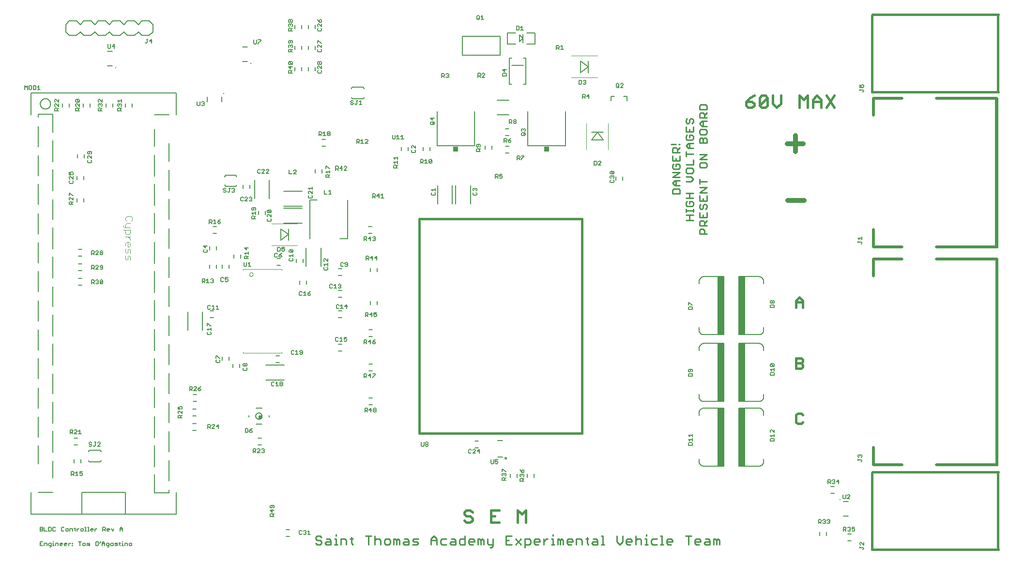
<source format=gto>
G75*
%MOIN*%
%OFA0B0*%
%FSLAX25Y25*%
%IPPOS*%
%LPD*%
%AMOC8*
5,1,8,0,0,1.08239X$1,22.5*
%
%ADD10C,0.01700*%
%ADD11C,0.01500*%
%ADD12C,0.00500*%
%ADD13C,0.01100*%
%ADD14C,0.03400*%
%ADD15C,0.00800*%
%ADD16C,0.00600*%
%ADD17C,0.00400*%
%ADD18C,0.01600*%
%ADD19C,0.01969*%
%ADD20R,0.03400X0.03700*%
%ADD21C,0.01000*%
%ADD22R,0.04000X0.40000*%
D10*
X0567097Y0317235D02*
X0568482Y0315850D01*
X0571251Y0315850D01*
X0572636Y0317235D01*
X0572636Y0318619D01*
X0571251Y0320004D01*
X0567097Y0320004D01*
X0567097Y0317235D01*
X0567097Y0320004D02*
X0569866Y0322773D01*
X0572636Y0324157D01*
X0576305Y0322773D02*
X0576305Y0317235D01*
X0581843Y0322773D01*
X0581843Y0317235D01*
X0580459Y0315850D01*
X0577690Y0315850D01*
X0576305Y0317235D01*
X0576305Y0322773D02*
X0577690Y0324157D01*
X0580459Y0324157D01*
X0581843Y0322773D01*
X0585513Y0324157D02*
X0585513Y0318619D01*
X0588282Y0315850D01*
X0591051Y0318619D01*
X0591051Y0324157D01*
X0603929Y0324157D02*
X0603929Y0315850D01*
X0609467Y0315850D02*
X0609467Y0324157D01*
X0606698Y0321388D01*
X0603929Y0324157D01*
X0613137Y0321388D02*
X0615906Y0324157D01*
X0618675Y0321388D01*
X0618675Y0315850D01*
X0622345Y0315850D02*
X0627883Y0324157D01*
X0622345Y0324157D02*
X0627883Y0315850D01*
X0618675Y0320004D02*
X0613137Y0320004D01*
X0613137Y0321388D02*
X0613137Y0315850D01*
D11*
X0603866Y0185356D02*
X0601497Y0182987D01*
X0601497Y0178250D01*
X0601497Y0181803D02*
X0606235Y0181803D01*
X0606235Y0182987D02*
X0606235Y0178250D01*
X0606235Y0182987D02*
X0603866Y0185356D01*
X0605050Y0143356D02*
X0601497Y0143356D01*
X0601497Y0136250D01*
X0605050Y0136250D01*
X0606235Y0137434D01*
X0606235Y0138619D01*
X0605050Y0139803D01*
X0601497Y0139803D01*
X0605050Y0139803D02*
X0606235Y0140987D01*
X0606235Y0142172D01*
X0605050Y0143356D01*
X0605050Y0105356D02*
X0602682Y0105356D01*
X0601497Y0104172D01*
X0601497Y0099434D01*
X0602682Y0098250D01*
X0605050Y0098250D01*
X0606235Y0099434D01*
X0606235Y0104172D02*
X0605050Y0105356D01*
X0415500Y0038757D02*
X0415500Y0030250D01*
X0409829Y0030250D02*
X0409829Y0038757D01*
X0412665Y0035922D01*
X0415500Y0038757D01*
X0397085Y0038757D02*
X0391413Y0038757D01*
X0391413Y0030250D01*
X0397085Y0030250D01*
X0394249Y0034504D02*
X0391413Y0034504D01*
X0378669Y0033086D02*
X0378669Y0031668D01*
X0377251Y0030250D01*
X0374415Y0030250D01*
X0372997Y0031668D01*
X0374415Y0034504D02*
X0377251Y0034504D01*
X0378669Y0033086D01*
X0378669Y0037339D02*
X0377251Y0038757D01*
X0374415Y0038757D01*
X0372997Y0037339D01*
X0372997Y0035922D01*
X0374415Y0034504D01*
D12*
X0082799Y0014250D02*
X0080997Y0014250D01*
X0080997Y0016952D01*
X0082799Y0016952D01*
X0083944Y0016052D02*
X0085295Y0016052D01*
X0085745Y0015601D01*
X0085745Y0014250D01*
X0086890Y0014700D02*
X0087341Y0014250D01*
X0088692Y0014250D01*
X0088692Y0013800D02*
X0088692Y0016052D01*
X0087341Y0016052D01*
X0086890Y0015601D01*
X0086890Y0014700D01*
X0087791Y0013349D02*
X0088242Y0013349D01*
X0088692Y0013800D01*
X0089837Y0014250D02*
X0090738Y0014250D01*
X0090287Y0014250D02*
X0090287Y0016052D01*
X0089837Y0016052D01*
X0090287Y0016952D02*
X0090287Y0017403D01*
X0091801Y0016052D02*
X0093152Y0016052D01*
X0093603Y0015601D01*
X0093603Y0014250D01*
X0094748Y0014700D02*
X0094748Y0015601D01*
X0095198Y0016052D01*
X0096099Y0016052D01*
X0096549Y0015601D01*
X0096549Y0015151D01*
X0094748Y0015151D01*
X0094748Y0014700D02*
X0095198Y0014250D01*
X0096099Y0014250D01*
X0097694Y0014700D02*
X0097694Y0015601D01*
X0098145Y0016052D01*
X0099046Y0016052D01*
X0099496Y0015601D01*
X0099496Y0015151D01*
X0097694Y0015151D01*
X0097694Y0014700D02*
X0098145Y0014250D01*
X0099046Y0014250D01*
X0100641Y0014250D02*
X0100641Y0016052D01*
X0101542Y0016052D02*
X0101992Y0016052D01*
X0101542Y0016052D02*
X0100641Y0015151D01*
X0103096Y0015601D02*
X0103096Y0016052D01*
X0103547Y0016052D01*
X0103547Y0015601D01*
X0103096Y0015601D01*
X0103096Y0014700D02*
X0103096Y0014250D01*
X0103547Y0014250D01*
X0103547Y0014700D01*
X0103096Y0014700D01*
X0107516Y0016952D02*
X0109318Y0016952D01*
X0108417Y0016952D02*
X0108417Y0014250D01*
X0110463Y0014700D02*
X0110913Y0014250D01*
X0111814Y0014250D01*
X0112264Y0014700D01*
X0112264Y0015601D01*
X0111814Y0016052D01*
X0110913Y0016052D01*
X0110463Y0015601D01*
X0110463Y0014700D01*
X0113409Y0014250D02*
X0113409Y0016052D01*
X0113860Y0016052D01*
X0114310Y0015601D01*
X0114760Y0016052D01*
X0115211Y0015601D01*
X0115211Y0014250D01*
X0114310Y0014250D02*
X0114310Y0015601D01*
X0119302Y0016952D02*
X0119302Y0014250D01*
X0120653Y0014250D01*
X0121104Y0014700D01*
X0121104Y0016502D01*
X0120653Y0016952D01*
X0119302Y0016952D01*
X0122249Y0016052D02*
X0122699Y0016502D01*
X0122699Y0017403D01*
X0123722Y0016052D02*
X0124623Y0016952D01*
X0125523Y0016052D01*
X0125523Y0014250D01*
X0126668Y0014700D02*
X0127119Y0014250D01*
X0128470Y0014250D01*
X0128470Y0013800D02*
X0128470Y0016052D01*
X0127119Y0016052D01*
X0126668Y0015601D01*
X0126668Y0014700D01*
X0125523Y0015601D02*
X0123722Y0015601D01*
X0123722Y0016052D02*
X0123722Y0014250D01*
X0127569Y0013349D02*
X0128020Y0013349D01*
X0128470Y0013800D01*
X0129615Y0014700D02*
X0130065Y0014250D01*
X0130966Y0014250D01*
X0131417Y0014700D01*
X0131417Y0015601D01*
X0130966Y0016052D01*
X0130065Y0016052D01*
X0129615Y0015601D01*
X0129615Y0014700D01*
X0132561Y0014250D02*
X0133913Y0014250D01*
X0134363Y0014700D01*
X0133913Y0015151D01*
X0133012Y0015151D01*
X0132561Y0015601D01*
X0133012Y0016052D01*
X0134363Y0016052D01*
X0135508Y0016052D02*
X0136409Y0016052D01*
X0135958Y0016502D02*
X0135958Y0014700D01*
X0136409Y0014250D01*
X0137472Y0014250D02*
X0138373Y0014250D01*
X0137923Y0014250D02*
X0137923Y0016052D01*
X0137472Y0016052D01*
X0137923Y0016952D02*
X0137923Y0017403D01*
X0139437Y0016052D02*
X0140788Y0016052D01*
X0141238Y0015601D01*
X0141238Y0014250D01*
X0142383Y0014700D02*
X0142834Y0014250D01*
X0143734Y0014250D01*
X0144185Y0014700D01*
X0144185Y0015601D01*
X0143734Y0016052D01*
X0142834Y0016052D01*
X0142383Y0015601D01*
X0142383Y0014700D01*
X0139437Y0014250D02*
X0139437Y0016052D01*
X0137801Y0024250D02*
X0137801Y0026052D01*
X0136900Y0026952D01*
X0135999Y0026052D01*
X0135999Y0024250D01*
X0135999Y0025601D02*
X0137801Y0025601D01*
X0131908Y0026052D02*
X0131007Y0024250D01*
X0130106Y0026052D01*
X0128961Y0025601D02*
X0128961Y0025151D01*
X0127160Y0025151D01*
X0127160Y0025601D02*
X0127160Y0024700D01*
X0127610Y0024250D01*
X0128511Y0024250D01*
X0128961Y0025601D02*
X0128511Y0026052D01*
X0127610Y0026052D01*
X0127160Y0025601D01*
X0126015Y0025601D02*
X0125564Y0025151D01*
X0124213Y0025151D01*
X0125114Y0025151D02*
X0126015Y0024250D01*
X0126015Y0025601D02*
X0126015Y0026502D01*
X0125564Y0026952D01*
X0124213Y0026952D01*
X0124213Y0024250D01*
X0120162Y0026052D02*
X0119712Y0026052D01*
X0118811Y0025151D01*
X0118811Y0024250D02*
X0118811Y0026052D01*
X0117666Y0025601D02*
X0117666Y0025151D01*
X0115865Y0025151D01*
X0115865Y0025601D02*
X0115865Y0024700D01*
X0116315Y0024250D01*
X0117216Y0024250D01*
X0117666Y0025601D02*
X0117216Y0026052D01*
X0116315Y0026052D01*
X0115865Y0025601D01*
X0114801Y0024250D02*
X0113900Y0024250D01*
X0114351Y0024250D02*
X0114351Y0026952D01*
X0113900Y0026952D01*
X0112386Y0026952D02*
X0112386Y0024250D01*
X0111936Y0024250D02*
X0112837Y0024250D01*
X0110791Y0024700D02*
X0110791Y0025601D01*
X0110341Y0026052D01*
X0109440Y0026052D01*
X0108989Y0025601D01*
X0108989Y0024700D01*
X0109440Y0024250D01*
X0110341Y0024250D01*
X0110791Y0024700D01*
X0111936Y0026952D02*
X0112386Y0026952D01*
X0107885Y0026052D02*
X0107435Y0026052D01*
X0106534Y0025151D01*
X0106534Y0024250D02*
X0106534Y0026052D01*
X0105470Y0026052D02*
X0104570Y0026052D01*
X0105020Y0026502D02*
X0105020Y0024700D01*
X0105470Y0024250D01*
X0103425Y0024250D02*
X0103425Y0025601D01*
X0102974Y0026052D01*
X0101623Y0026052D01*
X0101623Y0024250D01*
X0100478Y0024700D02*
X0100478Y0025601D01*
X0100028Y0026052D01*
X0099127Y0026052D01*
X0098677Y0025601D01*
X0098677Y0024700D01*
X0099127Y0024250D01*
X0100028Y0024250D01*
X0100478Y0024700D01*
X0097532Y0024700D02*
X0097081Y0024250D01*
X0096180Y0024250D01*
X0095730Y0024700D01*
X0095730Y0026502D01*
X0096180Y0026952D01*
X0097081Y0026952D01*
X0097532Y0026502D01*
X0091639Y0026502D02*
X0091188Y0026952D01*
X0090287Y0026952D01*
X0089837Y0026502D01*
X0089837Y0024700D01*
X0090287Y0024250D01*
X0091188Y0024250D01*
X0091639Y0024700D01*
X0088692Y0024700D02*
X0088692Y0026502D01*
X0088242Y0026952D01*
X0086890Y0026952D01*
X0086890Y0024250D01*
X0088242Y0024250D01*
X0088692Y0024700D01*
X0085745Y0024250D02*
X0083944Y0024250D01*
X0083944Y0026952D01*
X0082799Y0026502D02*
X0082799Y0026052D01*
X0082349Y0025601D01*
X0080997Y0025601D01*
X0080997Y0024250D02*
X0080997Y0026952D01*
X0082349Y0026952D01*
X0082799Y0026502D01*
X0082349Y0025601D02*
X0082799Y0025151D01*
X0082799Y0024700D01*
X0082349Y0024250D01*
X0080997Y0024250D01*
X0080997Y0015601D02*
X0081898Y0015601D01*
X0083944Y0016052D02*
X0083944Y0014250D01*
X0091801Y0014250D02*
X0091801Y0016052D01*
X0074747Y0036000D02*
X0109747Y0036000D01*
X0139747Y0036000D01*
X0139747Y0051000D01*
X0109747Y0051000D01*
X0109747Y0036000D01*
X0139747Y0036000D02*
X0174747Y0036000D01*
X0174747Y0051000D01*
X0169669Y0050606D02*
X0169669Y0052654D01*
X0169669Y0050606D02*
X0159826Y0050606D01*
X0159826Y0063154D01*
X0169669Y0059106D02*
X0169669Y0072894D01*
X0169669Y0079106D02*
X0169669Y0092894D01*
X0159826Y0088768D02*
X0159826Y0103232D01*
X0159826Y0109346D02*
X0159826Y0111394D01*
X0159826Y0110606D02*
X0159826Y0123154D01*
X0159826Y0128768D02*
X0159826Y0143232D01*
X0169669Y0139106D02*
X0169669Y0152894D01*
X0169669Y0158846D02*
X0169669Y0171394D01*
X0169669Y0170606D02*
X0169669Y0172654D01*
X0159826Y0171394D02*
X0159826Y0169346D01*
X0159826Y0170606D02*
X0159826Y0183154D01*
X0159826Y0188768D02*
X0159826Y0203232D01*
X0159826Y0208768D02*
X0159826Y0223232D01*
X0169669Y0218846D02*
X0169669Y0231394D01*
X0169669Y0230606D02*
X0169669Y0232654D01*
X0169669Y0239106D02*
X0169669Y0252894D01*
X0159826Y0248768D02*
X0159826Y0263232D01*
X0159826Y0268768D02*
X0159826Y0283232D01*
X0159826Y0289346D02*
X0159826Y0291394D01*
X0159747Y0291000D02*
X0159747Y0301000D01*
X0159747Y0311000D02*
X0169747Y0311000D01*
X0174747Y0311000D02*
X0174747Y0326000D01*
X0074747Y0326000D01*
X0074747Y0311000D01*
X0079826Y0311394D02*
X0079826Y0309346D01*
X0079826Y0311394D02*
X0089669Y0311394D01*
X0089669Y0298846D01*
X0089669Y0293232D02*
X0089669Y0278768D01*
X0089669Y0273232D02*
X0089669Y0258768D01*
X0079826Y0263154D02*
X0079826Y0250606D01*
X0079826Y0251394D02*
X0079826Y0249346D01*
X0089669Y0250606D02*
X0089669Y0252654D01*
X0089669Y0251394D02*
X0089669Y0238846D01*
X0089669Y0233232D02*
X0089669Y0218768D01*
X0089669Y0213232D02*
X0089669Y0198768D01*
X0079826Y0203154D02*
X0079826Y0190606D01*
X0079826Y0191394D02*
X0079826Y0189346D01*
X0079826Y0182894D02*
X0079826Y0169106D01*
X0089669Y0173232D02*
X0089669Y0158768D01*
X0089669Y0153232D02*
X0089669Y0138768D01*
X0089669Y0132654D02*
X0089669Y0130606D01*
X0089669Y0131394D02*
X0089669Y0118846D01*
X0079826Y0122894D02*
X0079826Y0109106D01*
X0079826Y0102894D02*
X0079826Y0089106D01*
X0089669Y0093232D02*
X0089669Y0078768D01*
X0089669Y0072654D02*
X0089669Y0070606D01*
X0089747Y0071000D02*
X0089747Y0061000D01*
X0102497Y0062500D02*
X0102497Y0065202D01*
X0103849Y0065202D01*
X0104299Y0064752D01*
X0104299Y0063851D01*
X0103849Y0063401D01*
X0102497Y0063401D01*
X0103398Y0063401D02*
X0104299Y0062500D01*
X0105444Y0062500D02*
X0107245Y0062500D01*
X0106345Y0062500D02*
X0106345Y0065202D01*
X0105444Y0064302D01*
X0108390Y0063851D02*
X0109291Y0064302D01*
X0109742Y0064302D01*
X0110192Y0063851D01*
X0110192Y0062950D01*
X0109742Y0062500D01*
X0108841Y0062500D01*
X0108390Y0062950D01*
X0108390Y0063851D02*
X0108390Y0065202D01*
X0110192Y0065202D01*
X0089747Y0051000D02*
X0079747Y0051000D01*
X0074747Y0051000D02*
X0074747Y0036000D01*
X0079826Y0070606D02*
X0079826Y0083154D01*
X0101658Y0091300D02*
X0101658Y0094002D01*
X0103009Y0094002D01*
X0103459Y0093552D01*
X0103459Y0092651D01*
X0103009Y0092201D01*
X0101658Y0092201D01*
X0102559Y0092201D02*
X0103459Y0091300D01*
X0104604Y0091300D02*
X0106406Y0093102D01*
X0106406Y0093552D01*
X0105956Y0094002D01*
X0105055Y0094002D01*
X0104604Y0093552D01*
X0104604Y0091300D02*
X0106406Y0091300D01*
X0107551Y0091300D02*
X0109352Y0091300D01*
X0108452Y0091300D02*
X0108452Y0094002D01*
X0107551Y0093102D01*
X0089669Y0098768D02*
X0089669Y0113232D01*
X0079826Y0129346D02*
X0079826Y0131394D01*
X0079826Y0130606D02*
X0079826Y0143154D01*
X0079826Y0149106D02*
X0079826Y0162894D01*
X0089669Y0178846D02*
X0089669Y0191394D01*
X0089669Y0190606D02*
X0089669Y0192654D01*
X0116497Y0194500D02*
X0116497Y0197202D01*
X0117849Y0197202D01*
X0118299Y0196752D01*
X0118299Y0195851D01*
X0117849Y0195401D01*
X0116497Y0195401D01*
X0117398Y0195401D02*
X0118299Y0194500D01*
X0119444Y0194950D02*
X0119894Y0194500D01*
X0120795Y0194500D01*
X0121245Y0194950D01*
X0121245Y0195401D01*
X0120795Y0195851D01*
X0120345Y0195851D01*
X0120795Y0195851D02*
X0121245Y0196302D01*
X0121245Y0196752D01*
X0120795Y0197202D01*
X0119894Y0197202D01*
X0119444Y0196752D01*
X0122390Y0196752D02*
X0122841Y0197202D01*
X0123742Y0197202D01*
X0124192Y0196752D01*
X0122390Y0194950D01*
X0122841Y0194500D01*
X0123742Y0194500D01*
X0124192Y0194950D01*
X0124192Y0196752D01*
X0122390Y0196752D02*
X0122390Y0194950D01*
X0122841Y0204500D02*
X0123742Y0204500D01*
X0124192Y0204950D01*
X0124192Y0206752D01*
X0123742Y0207202D01*
X0122841Y0207202D01*
X0122390Y0206752D01*
X0122390Y0206302D01*
X0122841Y0205851D01*
X0124192Y0205851D01*
X0122841Y0204500D02*
X0122390Y0204950D01*
X0121245Y0204500D02*
X0119444Y0204500D01*
X0121245Y0206302D01*
X0121245Y0206752D01*
X0120795Y0207202D01*
X0119894Y0207202D01*
X0119444Y0206752D01*
X0118299Y0206752D02*
X0117849Y0207202D01*
X0116497Y0207202D01*
X0116497Y0204500D01*
X0116497Y0205401D02*
X0117849Y0205401D01*
X0118299Y0205851D01*
X0118299Y0206752D01*
X0117398Y0205401D02*
X0118299Y0204500D01*
X0118299Y0214500D02*
X0117398Y0215401D01*
X0117849Y0215401D02*
X0116497Y0215401D01*
X0116497Y0214500D02*
X0116497Y0217202D01*
X0117849Y0217202D01*
X0118299Y0216752D01*
X0118299Y0215851D01*
X0117849Y0215401D01*
X0119444Y0214500D02*
X0121245Y0216302D01*
X0121245Y0216752D01*
X0120795Y0217202D01*
X0119894Y0217202D01*
X0119444Y0216752D01*
X0119444Y0214500D02*
X0121245Y0214500D01*
X0122390Y0214950D02*
X0122390Y0215401D01*
X0122841Y0215851D01*
X0123742Y0215851D01*
X0124192Y0215401D01*
X0124192Y0214950D01*
X0123742Y0214500D01*
X0122841Y0214500D01*
X0122390Y0214950D01*
X0122841Y0215851D02*
X0122390Y0216302D01*
X0122390Y0216752D01*
X0122841Y0217202D01*
X0123742Y0217202D01*
X0124192Y0216752D01*
X0124192Y0216302D01*
X0123742Y0215851D01*
X0159826Y0229346D02*
X0159826Y0231394D01*
X0159826Y0230606D02*
X0159826Y0243154D01*
X0197497Y0238702D02*
X0197497Y0236000D01*
X0197497Y0236901D02*
X0198849Y0236901D01*
X0199299Y0237351D01*
X0199299Y0238252D01*
X0198849Y0238702D01*
X0197497Y0238702D01*
X0198398Y0236901D02*
X0199299Y0236000D01*
X0200444Y0236000D02*
X0202245Y0236000D01*
X0201345Y0236000D02*
X0201345Y0238702D01*
X0200444Y0237802D01*
X0203390Y0237351D02*
X0204742Y0237351D01*
X0205192Y0236901D01*
X0205192Y0236450D01*
X0204742Y0236000D01*
X0203841Y0236000D01*
X0203390Y0236450D01*
X0203390Y0237351D01*
X0204291Y0238252D01*
X0205192Y0238702D01*
X0226745Y0239410D02*
X0226745Y0240762D01*
X0227196Y0241212D01*
X0228096Y0241212D01*
X0228547Y0240762D01*
X0228547Y0239410D01*
X0229447Y0239410D02*
X0226745Y0239410D01*
X0228547Y0240311D02*
X0229447Y0241212D01*
X0229447Y0242357D02*
X0229447Y0244159D01*
X0229447Y0243258D02*
X0226745Y0243258D01*
X0227646Y0242357D01*
X0227646Y0245303D02*
X0227196Y0245303D01*
X0226745Y0245754D01*
X0226745Y0246655D01*
X0227196Y0247105D01*
X0228997Y0247105D01*
X0229447Y0246655D01*
X0229447Y0245754D01*
X0228997Y0245303D01*
X0228096Y0245754D02*
X0228096Y0247105D01*
X0228096Y0245754D02*
X0227646Y0245303D01*
X0226442Y0251500D02*
X0225541Y0251500D01*
X0225090Y0251950D01*
X0223945Y0251500D02*
X0222144Y0251500D01*
X0223945Y0253302D01*
X0223945Y0253752D01*
X0223495Y0254202D01*
X0222594Y0254202D01*
X0222144Y0253752D01*
X0220999Y0253752D02*
X0220549Y0254202D01*
X0219648Y0254202D01*
X0219197Y0253752D01*
X0219197Y0251950D01*
X0219648Y0251500D01*
X0220549Y0251500D01*
X0220999Y0251950D01*
X0225090Y0253752D02*
X0225541Y0254202D01*
X0226442Y0254202D01*
X0226892Y0253752D01*
X0226892Y0253302D01*
X0226442Y0252851D01*
X0226892Y0252401D01*
X0226892Y0251950D01*
X0226442Y0251500D01*
X0226442Y0252851D02*
X0225991Y0252851D01*
X0214927Y0258000D02*
X0214477Y0257550D01*
X0213576Y0257550D01*
X0213126Y0258000D01*
X0214026Y0258901D02*
X0214477Y0258901D01*
X0214927Y0258451D01*
X0214927Y0258000D01*
X0214477Y0258901D02*
X0214927Y0259352D01*
X0214927Y0259802D01*
X0214477Y0260252D01*
X0213576Y0260252D01*
X0213126Y0259802D01*
X0211981Y0260252D02*
X0211080Y0260252D01*
X0211530Y0260252D02*
X0211530Y0258000D01*
X0211080Y0257550D01*
X0210630Y0257550D01*
X0210179Y0258000D01*
X0209034Y0258000D02*
X0208584Y0257550D01*
X0207683Y0257550D01*
X0207233Y0258000D01*
X0207683Y0258901D02*
X0208584Y0258901D01*
X0209034Y0258451D01*
X0209034Y0258000D01*
X0207683Y0258901D02*
X0207233Y0259352D01*
X0207233Y0259802D01*
X0207683Y0260252D01*
X0208584Y0260252D01*
X0209034Y0259802D01*
X0230848Y0271169D02*
X0231298Y0270719D01*
X0232199Y0270719D01*
X0232649Y0271169D01*
X0233794Y0270719D02*
X0235596Y0272520D01*
X0235596Y0272970D01*
X0235145Y0273421D01*
X0234245Y0273421D01*
X0233794Y0272970D01*
X0232649Y0272970D02*
X0232199Y0273421D01*
X0231298Y0273421D01*
X0230848Y0272970D01*
X0230848Y0271169D01*
X0233794Y0270719D02*
X0235596Y0270719D01*
X0236741Y0270719D02*
X0238542Y0272520D01*
X0238542Y0272970D01*
X0238092Y0273421D01*
X0237191Y0273421D01*
X0236741Y0272970D01*
X0236741Y0270719D02*
X0238542Y0270719D01*
X0252597Y0270150D02*
X0254399Y0270150D01*
X0255544Y0270150D02*
X0257345Y0271952D01*
X0257345Y0272402D01*
X0256895Y0272852D01*
X0255994Y0272852D01*
X0255544Y0272402D01*
X0255544Y0270150D02*
X0257345Y0270150D01*
X0252597Y0270150D02*
X0252597Y0272852D01*
X0265827Y0260394D02*
X0268529Y0260394D01*
X0268529Y0259493D02*
X0268529Y0261295D01*
X0266727Y0259493D02*
X0265827Y0260394D01*
X0266277Y0258348D02*
X0265827Y0257898D01*
X0265827Y0256997D01*
X0266277Y0256547D01*
X0266277Y0255402D02*
X0265827Y0254952D01*
X0265827Y0254051D01*
X0266277Y0253600D01*
X0268079Y0253600D01*
X0268529Y0254051D01*
X0268529Y0254952D01*
X0268079Y0255402D01*
X0268529Y0256547D02*
X0266727Y0258348D01*
X0266277Y0258348D01*
X0268529Y0258348D02*
X0268529Y0256547D01*
X0266755Y0252386D02*
X0271873Y0252386D01*
X0266755Y0252386D02*
X0266755Y0225614D01*
X0249352Y0219752D02*
X0247551Y0219752D01*
X0247551Y0218401D01*
X0248452Y0218852D01*
X0248902Y0218852D01*
X0249352Y0218401D01*
X0249352Y0217500D01*
X0248902Y0217050D01*
X0248001Y0217050D01*
X0247551Y0217500D01*
X0246406Y0217500D02*
X0246406Y0219302D01*
X0245956Y0219752D01*
X0244604Y0219752D01*
X0244604Y0217050D01*
X0245956Y0217050D01*
X0246406Y0217500D01*
X0247352Y0215502D02*
X0246452Y0215052D01*
X0245551Y0214151D01*
X0246902Y0214151D01*
X0247352Y0213701D01*
X0247352Y0213250D01*
X0246902Y0212800D01*
X0246001Y0212800D01*
X0245551Y0213250D01*
X0245551Y0214151D01*
X0244406Y0213250D02*
X0243956Y0212800D01*
X0243055Y0212800D01*
X0242604Y0213250D01*
X0242604Y0215052D01*
X0243055Y0215502D01*
X0243956Y0215502D01*
X0244406Y0215052D01*
X0252545Y0214097D02*
X0255247Y0214097D01*
X0255247Y0213197D02*
X0255247Y0214998D01*
X0254797Y0216143D02*
X0252996Y0217945D01*
X0254797Y0217945D01*
X0255247Y0217494D01*
X0255247Y0216593D01*
X0254797Y0216143D01*
X0252996Y0216143D01*
X0252545Y0216593D01*
X0252545Y0217494D01*
X0252996Y0217945D01*
X0252545Y0214097D02*
X0253446Y0213197D01*
X0252996Y0212052D02*
X0252545Y0211601D01*
X0252545Y0210700D01*
X0252996Y0210250D01*
X0254797Y0210250D01*
X0255247Y0210700D01*
X0255247Y0211601D01*
X0254797Y0212052D01*
X0276327Y0211345D02*
X0276327Y0210444D01*
X0276777Y0209993D01*
X0276327Y0211345D02*
X0276777Y0211795D01*
X0277227Y0211795D01*
X0279029Y0209993D01*
X0279029Y0211795D01*
X0279029Y0208848D02*
X0279029Y0207047D01*
X0279029Y0207948D02*
X0276327Y0207948D01*
X0277227Y0207047D01*
X0276777Y0205902D02*
X0276327Y0205452D01*
X0276327Y0204551D01*
X0276777Y0204100D01*
X0278579Y0204100D01*
X0279029Y0204551D01*
X0279029Y0205452D01*
X0278579Y0205902D01*
X0287997Y0206950D02*
X0287997Y0208752D01*
X0288448Y0209202D01*
X0289349Y0209202D01*
X0289799Y0208752D01*
X0290944Y0208752D02*
X0290944Y0208302D01*
X0291394Y0207851D01*
X0292745Y0207851D01*
X0292745Y0206950D02*
X0292745Y0208752D01*
X0292295Y0209202D01*
X0291394Y0209202D01*
X0290944Y0208752D01*
X0290944Y0206950D02*
X0291394Y0206500D01*
X0292295Y0206500D01*
X0292745Y0206950D01*
X0289799Y0206950D02*
X0289349Y0206500D01*
X0288448Y0206500D01*
X0287997Y0206950D01*
X0305497Y0211000D02*
X0305497Y0213702D01*
X0306849Y0213702D01*
X0307299Y0213252D01*
X0307299Y0212351D01*
X0306849Y0211901D01*
X0305497Y0211901D01*
X0306398Y0211901D02*
X0307299Y0211000D01*
X0308444Y0212351D02*
X0310245Y0212351D01*
X0311390Y0212351D02*
X0313192Y0212351D01*
X0312742Y0211000D02*
X0312742Y0213702D01*
X0311390Y0212351D01*
X0309795Y0211000D02*
X0309795Y0213702D01*
X0308444Y0212351D01*
X0308456Y0224300D02*
X0308456Y0227002D01*
X0307104Y0225651D01*
X0308906Y0225651D01*
X0310051Y0224750D02*
X0310501Y0224300D01*
X0311402Y0224300D01*
X0311852Y0224750D01*
X0311852Y0225201D01*
X0311402Y0225651D01*
X0310952Y0225651D01*
X0311402Y0225651D02*
X0311852Y0226102D01*
X0311852Y0226552D01*
X0311402Y0227002D01*
X0310501Y0227002D01*
X0310051Y0226552D01*
X0305959Y0226552D02*
X0305959Y0225651D01*
X0305509Y0225201D01*
X0304158Y0225201D01*
X0305059Y0225201D02*
X0305959Y0224300D01*
X0304158Y0224300D02*
X0304158Y0227002D01*
X0305509Y0227002D01*
X0305959Y0226552D01*
X0292740Y0225614D02*
X0287621Y0225614D01*
X0292740Y0225614D02*
X0292740Y0252386D01*
X0281569Y0256396D02*
X0279767Y0256396D01*
X0280668Y0256396D02*
X0280668Y0259099D01*
X0279767Y0258198D01*
X0278622Y0256396D02*
X0276821Y0256396D01*
X0276821Y0259099D01*
X0277745Y0267910D02*
X0277745Y0269262D01*
X0278196Y0269712D01*
X0279096Y0269712D01*
X0279547Y0269262D01*
X0279547Y0267910D01*
X0280447Y0267910D02*
X0277745Y0267910D01*
X0279547Y0268811D02*
X0280447Y0269712D01*
X0280447Y0270857D02*
X0280447Y0272659D01*
X0280447Y0271758D02*
X0277745Y0271758D01*
X0278646Y0270857D01*
X0277745Y0273803D02*
X0277745Y0275605D01*
X0278196Y0275605D01*
X0279997Y0273803D01*
X0280447Y0273803D01*
X0284497Y0273651D02*
X0285849Y0273651D01*
X0286299Y0274101D01*
X0286299Y0275002D01*
X0285849Y0275452D01*
X0284497Y0275452D01*
X0284497Y0272750D01*
X0285398Y0273651D02*
X0286299Y0272750D01*
X0287444Y0274101D02*
X0288795Y0275452D01*
X0288795Y0272750D01*
X0289245Y0274101D02*
X0287444Y0274101D01*
X0290390Y0275002D02*
X0290841Y0275452D01*
X0291742Y0275452D01*
X0292192Y0275002D01*
X0292192Y0274552D01*
X0290390Y0272750D01*
X0292192Y0272750D01*
X0324495Y0274410D02*
X0324495Y0275762D01*
X0324946Y0276212D01*
X0325846Y0276212D01*
X0326297Y0275762D01*
X0326297Y0274410D01*
X0327197Y0274410D02*
X0324495Y0274410D01*
X0326297Y0275311D02*
X0327197Y0276212D01*
X0327197Y0277357D02*
X0327197Y0279159D01*
X0327197Y0278258D02*
X0324495Y0278258D01*
X0325396Y0277357D01*
X0325396Y0280303D02*
X0324495Y0281204D01*
X0327197Y0281204D01*
X0327197Y0280303D02*
X0327197Y0282105D01*
X0336745Y0285307D02*
X0337196Y0284857D01*
X0338997Y0284857D01*
X0339447Y0285307D01*
X0339447Y0286208D01*
X0338997Y0286659D01*
X0339447Y0287803D02*
X0337646Y0289605D01*
X0337196Y0289605D01*
X0336745Y0289155D01*
X0336745Y0288254D01*
X0337196Y0287803D01*
X0337196Y0286659D02*
X0336745Y0286208D01*
X0336745Y0285307D01*
X0339447Y0287803D02*
X0339447Y0289605D01*
X0331352Y0294300D02*
X0329551Y0294300D01*
X0330452Y0294300D02*
X0330452Y0297002D01*
X0329551Y0296102D01*
X0328406Y0294300D02*
X0326604Y0294300D01*
X0327505Y0294300D02*
X0327505Y0297002D01*
X0326604Y0296102D01*
X0325459Y0297002D02*
X0325459Y0294750D01*
X0325009Y0294300D01*
X0324108Y0294300D01*
X0323658Y0294750D01*
X0323658Y0297002D01*
X0306692Y0293502D02*
X0306242Y0293952D01*
X0305341Y0293952D01*
X0304890Y0293502D01*
X0306692Y0293502D02*
X0306692Y0293052D01*
X0304890Y0291250D01*
X0306692Y0291250D01*
X0303745Y0291250D02*
X0301944Y0291250D01*
X0302845Y0291250D02*
X0302845Y0293952D01*
X0301944Y0293052D01*
X0300799Y0293502D02*
X0300799Y0292601D01*
X0300349Y0292151D01*
X0298997Y0292151D01*
X0298997Y0291250D02*
X0298997Y0293952D01*
X0300349Y0293952D01*
X0300799Y0293502D01*
X0299898Y0292151D02*
X0300799Y0291250D01*
X0280692Y0296950D02*
X0280242Y0296500D01*
X0279341Y0296500D01*
X0278890Y0296950D01*
X0278890Y0297401D01*
X0279341Y0297851D01*
X0280242Y0297851D01*
X0280692Y0297401D01*
X0280692Y0296950D01*
X0280242Y0297851D02*
X0280692Y0298302D01*
X0280692Y0298752D01*
X0280242Y0299202D01*
X0279341Y0299202D01*
X0278890Y0298752D01*
X0278890Y0298302D01*
X0279341Y0297851D01*
X0277745Y0296500D02*
X0275944Y0296500D01*
X0276845Y0296500D02*
X0276845Y0299202D01*
X0275944Y0298302D01*
X0274799Y0298752D02*
X0274799Y0297851D01*
X0274349Y0297401D01*
X0272997Y0297401D01*
X0272997Y0296500D02*
X0272997Y0299202D01*
X0274349Y0299202D01*
X0274799Y0298752D01*
X0273898Y0297401D02*
X0274799Y0296500D01*
X0295358Y0318050D02*
X0294908Y0318500D01*
X0295358Y0318050D02*
X0296259Y0318050D01*
X0296709Y0318500D01*
X0296709Y0318951D01*
X0296259Y0319401D01*
X0295358Y0319401D01*
X0294908Y0319852D01*
X0294908Y0320302D01*
X0295358Y0320752D01*
X0296259Y0320752D01*
X0296709Y0320302D01*
X0298755Y0320752D02*
X0299656Y0320752D01*
X0299206Y0320752D02*
X0299206Y0318500D01*
X0298755Y0318050D01*
X0298305Y0318050D01*
X0297854Y0318500D01*
X0300801Y0318050D02*
X0302602Y0318050D01*
X0301702Y0318050D02*
X0301702Y0320752D01*
X0300801Y0319852D01*
X0274747Y0340200D02*
X0274747Y0341101D01*
X0274297Y0341552D01*
X0274747Y0342697D02*
X0272946Y0344498D01*
X0272496Y0344498D01*
X0272045Y0344048D01*
X0272045Y0343147D01*
X0272496Y0342697D01*
X0272496Y0341552D02*
X0272045Y0341101D01*
X0272045Y0340200D01*
X0272496Y0339750D01*
X0274297Y0339750D01*
X0274747Y0340200D01*
X0274747Y0342697D02*
X0274747Y0344498D01*
X0274297Y0345643D02*
X0273847Y0345643D01*
X0273396Y0346093D01*
X0273396Y0346994D01*
X0273847Y0347445D01*
X0274297Y0347445D01*
X0274747Y0346994D01*
X0274747Y0346093D01*
X0274297Y0345643D01*
X0273396Y0346093D02*
X0272946Y0345643D01*
X0272496Y0345643D01*
X0272045Y0346093D01*
X0272045Y0346994D01*
X0272496Y0347445D01*
X0272946Y0347445D01*
X0273396Y0346994D01*
X0272496Y0354250D02*
X0274297Y0354250D01*
X0274747Y0354700D01*
X0274747Y0355601D01*
X0274297Y0356052D01*
X0274747Y0357197D02*
X0272946Y0358998D01*
X0272496Y0358998D01*
X0272045Y0358548D01*
X0272045Y0357647D01*
X0272496Y0357197D01*
X0272496Y0356052D02*
X0272045Y0355601D01*
X0272045Y0354700D01*
X0272496Y0354250D01*
X0274747Y0357197D02*
X0274747Y0358998D01*
X0274747Y0360143D02*
X0274297Y0360143D01*
X0272496Y0361945D01*
X0272045Y0361945D01*
X0272045Y0360143D01*
X0272496Y0368750D02*
X0274297Y0368750D01*
X0274747Y0369200D01*
X0274747Y0370101D01*
X0274297Y0370552D01*
X0274747Y0371697D02*
X0272946Y0373498D01*
X0272496Y0373498D01*
X0272045Y0373048D01*
X0272045Y0372147D01*
X0272496Y0371697D01*
X0272496Y0370552D02*
X0272045Y0370101D01*
X0272045Y0369200D01*
X0272496Y0368750D01*
X0274747Y0371697D02*
X0274747Y0373498D01*
X0274297Y0374643D02*
X0274747Y0375093D01*
X0274747Y0375994D01*
X0274297Y0376445D01*
X0273847Y0376445D01*
X0273396Y0375994D01*
X0273396Y0374643D01*
X0274297Y0374643D01*
X0273396Y0374643D02*
X0272496Y0375544D01*
X0272045Y0376445D01*
X0254747Y0375994D02*
X0254747Y0375093D01*
X0254297Y0374643D01*
X0253847Y0374643D01*
X0253396Y0375093D01*
X0253396Y0375994D01*
X0253847Y0376445D01*
X0254297Y0376445D01*
X0254747Y0375994D01*
X0253396Y0375994D02*
X0252946Y0376445D01*
X0252496Y0376445D01*
X0252045Y0375994D01*
X0252045Y0375093D01*
X0252496Y0374643D01*
X0252946Y0374643D01*
X0253396Y0375093D01*
X0252946Y0373498D02*
X0253396Y0373048D01*
X0253847Y0373498D01*
X0254297Y0373498D01*
X0254747Y0373048D01*
X0254747Y0372147D01*
X0254297Y0371697D01*
X0254747Y0370552D02*
X0253847Y0369651D01*
X0253847Y0370101D02*
X0253847Y0368750D01*
X0254747Y0368750D02*
X0252045Y0368750D01*
X0252045Y0370101D01*
X0252496Y0370552D01*
X0253396Y0370552D01*
X0253847Y0370101D01*
X0252496Y0371697D02*
X0252045Y0372147D01*
X0252045Y0373048D01*
X0252496Y0373498D01*
X0252946Y0373498D01*
X0253396Y0373048D02*
X0253396Y0372597D01*
X0253396Y0361945D02*
X0253396Y0360593D01*
X0252946Y0360143D01*
X0252496Y0360143D01*
X0252045Y0360593D01*
X0252045Y0361494D01*
X0252496Y0361945D01*
X0254297Y0361945D01*
X0254747Y0361494D01*
X0254747Y0360593D01*
X0254297Y0360143D01*
X0254297Y0358998D02*
X0254747Y0358548D01*
X0254747Y0357647D01*
X0254297Y0357197D01*
X0254747Y0356052D02*
X0253847Y0355151D01*
X0253847Y0355601D02*
X0253847Y0354250D01*
X0254747Y0354250D02*
X0252045Y0354250D01*
X0252045Y0355601D01*
X0252496Y0356052D01*
X0253396Y0356052D01*
X0253847Y0355601D01*
X0252496Y0357197D02*
X0252045Y0357647D01*
X0252045Y0358548D01*
X0252496Y0358998D01*
X0252946Y0358998D01*
X0253396Y0358548D01*
X0253847Y0358998D01*
X0254297Y0358998D01*
X0253396Y0358548D02*
X0253396Y0358097D01*
X0252496Y0347445D02*
X0254297Y0345643D01*
X0254747Y0346093D01*
X0254747Y0346994D01*
X0254297Y0347445D01*
X0252496Y0347445D01*
X0252045Y0346994D01*
X0252045Y0346093D01*
X0252496Y0345643D01*
X0254297Y0345643D01*
X0253396Y0344498D02*
X0253396Y0342697D01*
X0252045Y0344048D01*
X0254747Y0344048D01*
X0254747Y0341552D02*
X0253847Y0340651D01*
X0253847Y0341101D02*
X0253847Y0339750D01*
X0254747Y0339750D02*
X0252045Y0339750D01*
X0252045Y0341101D01*
X0252496Y0341552D01*
X0253396Y0341552D01*
X0253847Y0341101D01*
X0231194Y0359750D02*
X0231194Y0360200D01*
X0232995Y0362002D01*
X0232995Y0362452D01*
X0231194Y0362452D01*
X0230049Y0362452D02*
X0230049Y0360200D01*
X0229599Y0359750D01*
X0228698Y0359750D01*
X0228247Y0360200D01*
X0228247Y0362452D01*
X0158152Y0361701D02*
X0156351Y0361701D01*
X0157702Y0363052D01*
X0157702Y0360350D01*
X0154756Y0360800D02*
X0154756Y0363052D01*
X0155206Y0363052D02*
X0154305Y0363052D01*
X0154756Y0360800D02*
X0154305Y0360350D01*
X0153855Y0360350D01*
X0153404Y0360800D01*
X0132495Y0358101D02*
X0130694Y0358101D01*
X0132045Y0359452D01*
X0132045Y0356750D01*
X0129549Y0357200D02*
X0129549Y0359452D01*
X0127747Y0359452D02*
X0127747Y0357200D01*
X0128198Y0356750D01*
X0129099Y0356750D01*
X0129549Y0357200D01*
X0080238Y0330952D02*
X0080238Y0328250D01*
X0079337Y0328250D02*
X0081139Y0328250D01*
X0079337Y0330052D02*
X0080238Y0330952D01*
X0078192Y0330502D02*
X0078192Y0328700D01*
X0077742Y0328250D01*
X0076390Y0328250D01*
X0076390Y0330952D01*
X0077742Y0330952D01*
X0078192Y0330502D01*
X0075245Y0330502D02*
X0074795Y0330952D01*
X0073894Y0330952D01*
X0073444Y0330502D01*
X0073444Y0328700D01*
X0073894Y0328250D01*
X0074795Y0328250D01*
X0075245Y0328700D01*
X0075245Y0330502D01*
X0072299Y0330952D02*
X0072299Y0328250D01*
X0070497Y0328250D02*
X0070497Y0330952D01*
X0071398Y0330052D01*
X0072299Y0330952D01*
X0091045Y0320994D02*
X0091496Y0321445D01*
X0091946Y0321445D01*
X0093747Y0319643D01*
X0093747Y0321445D01*
X0091045Y0320994D02*
X0091045Y0320093D01*
X0091496Y0319643D01*
X0091496Y0318498D02*
X0091045Y0318048D01*
X0091045Y0317147D01*
X0091496Y0316697D01*
X0091496Y0315552D02*
X0092396Y0315552D01*
X0092847Y0315101D01*
X0092847Y0313750D01*
X0093747Y0313750D02*
X0091045Y0313750D01*
X0091045Y0315101D01*
X0091496Y0315552D01*
X0092847Y0314651D02*
X0093747Y0315552D01*
X0093747Y0316697D02*
X0091946Y0318498D01*
X0091496Y0318498D01*
X0093747Y0318498D02*
X0093747Y0316697D01*
X0081211Y0318500D02*
X0081213Y0318619D01*
X0081219Y0318737D01*
X0081229Y0318856D01*
X0081243Y0318974D01*
X0081261Y0319091D01*
X0081283Y0319208D01*
X0081308Y0319324D01*
X0081338Y0319439D01*
X0081371Y0319553D01*
X0081409Y0319666D01*
X0081450Y0319777D01*
X0081495Y0319887D01*
X0081543Y0319996D01*
X0081595Y0320103D01*
X0081651Y0320208D01*
X0081710Y0320311D01*
X0081772Y0320412D01*
X0081838Y0320511D01*
X0081907Y0320607D01*
X0081980Y0320701D01*
X0082055Y0320793D01*
X0082134Y0320882D01*
X0082215Y0320969D01*
X0082300Y0321052D01*
X0082387Y0321133D01*
X0082477Y0321211D01*
X0082569Y0321286D01*
X0082664Y0321357D01*
X0082761Y0321426D01*
X0082860Y0321491D01*
X0082962Y0321552D01*
X0083065Y0321611D01*
X0083171Y0321665D01*
X0083278Y0321716D01*
X0083387Y0321764D01*
X0083497Y0321808D01*
X0083609Y0321848D01*
X0083722Y0321884D01*
X0083837Y0321917D01*
X0083952Y0321945D01*
X0084068Y0321970D01*
X0084185Y0321991D01*
X0084303Y0322008D01*
X0084421Y0322021D01*
X0084539Y0322030D01*
X0084658Y0322035D01*
X0084777Y0322036D01*
X0084895Y0322033D01*
X0085014Y0322026D01*
X0085132Y0322015D01*
X0085250Y0322000D01*
X0085368Y0321981D01*
X0085484Y0321958D01*
X0085600Y0321932D01*
X0085715Y0321901D01*
X0085828Y0321867D01*
X0085941Y0321828D01*
X0086052Y0321786D01*
X0086162Y0321741D01*
X0086270Y0321691D01*
X0086376Y0321638D01*
X0086481Y0321582D01*
X0086583Y0321522D01*
X0086684Y0321459D01*
X0086782Y0321392D01*
X0086878Y0321322D01*
X0086972Y0321249D01*
X0087063Y0321172D01*
X0087151Y0321093D01*
X0087237Y0321011D01*
X0087320Y0320926D01*
X0087400Y0320838D01*
X0087477Y0320748D01*
X0087551Y0320655D01*
X0087622Y0320559D01*
X0087689Y0320461D01*
X0087753Y0320361D01*
X0087814Y0320259D01*
X0087872Y0320155D01*
X0087925Y0320049D01*
X0087976Y0319942D01*
X0088022Y0319833D01*
X0088065Y0319722D01*
X0088104Y0319610D01*
X0088140Y0319496D01*
X0088171Y0319382D01*
X0088199Y0319266D01*
X0088223Y0319150D01*
X0088243Y0319033D01*
X0088259Y0318915D01*
X0088271Y0318797D01*
X0088279Y0318678D01*
X0088283Y0318559D01*
X0088283Y0318441D01*
X0088279Y0318322D01*
X0088271Y0318203D01*
X0088259Y0318085D01*
X0088243Y0317967D01*
X0088223Y0317850D01*
X0088199Y0317734D01*
X0088171Y0317618D01*
X0088140Y0317504D01*
X0088104Y0317390D01*
X0088065Y0317278D01*
X0088022Y0317167D01*
X0087976Y0317058D01*
X0087925Y0316951D01*
X0087872Y0316845D01*
X0087814Y0316741D01*
X0087753Y0316639D01*
X0087689Y0316539D01*
X0087622Y0316441D01*
X0087551Y0316345D01*
X0087477Y0316252D01*
X0087400Y0316162D01*
X0087320Y0316074D01*
X0087237Y0315989D01*
X0087151Y0315907D01*
X0087063Y0315828D01*
X0086972Y0315751D01*
X0086878Y0315678D01*
X0086782Y0315608D01*
X0086684Y0315541D01*
X0086583Y0315478D01*
X0086481Y0315418D01*
X0086376Y0315362D01*
X0086270Y0315309D01*
X0086162Y0315259D01*
X0086052Y0315214D01*
X0085941Y0315172D01*
X0085828Y0315133D01*
X0085715Y0315099D01*
X0085600Y0315068D01*
X0085484Y0315042D01*
X0085368Y0315019D01*
X0085250Y0315000D01*
X0085132Y0314985D01*
X0085014Y0314974D01*
X0084895Y0314967D01*
X0084777Y0314964D01*
X0084658Y0314965D01*
X0084539Y0314970D01*
X0084421Y0314979D01*
X0084303Y0314992D01*
X0084185Y0315009D01*
X0084068Y0315030D01*
X0083952Y0315055D01*
X0083837Y0315083D01*
X0083722Y0315116D01*
X0083609Y0315152D01*
X0083497Y0315192D01*
X0083387Y0315236D01*
X0083278Y0315284D01*
X0083171Y0315335D01*
X0083065Y0315389D01*
X0082962Y0315448D01*
X0082860Y0315509D01*
X0082761Y0315574D01*
X0082664Y0315643D01*
X0082569Y0315714D01*
X0082477Y0315789D01*
X0082387Y0315867D01*
X0082300Y0315948D01*
X0082215Y0316031D01*
X0082134Y0316118D01*
X0082055Y0316207D01*
X0081980Y0316299D01*
X0081907Y0316393D01*
X0081838Y0316489D01*
X0081772Y0316588D01*
X0081710Y0316689D01*
X0081651Y0316792D01*
X0081595Y0316897D01*
X0081543Y0317004D01*
X0081495Y0317113D01*
X0081450Y0317223D01*
X0081409Y0317334D01*
X0081371Y0317447D01*
X0081338Y0317561D01*
X0081308Y0317676D01*
X0081283Y0317792D01*
X0081261Y0317909D01*
X0081243Y0318026D01*
X0081229Y0318144D01*
X0081219Y0318263D01*
X0081213Y0318381D01*
X0081211Y0318500D01*
X0105545Y0318048D02*
X0105545Y0317147D01*
X0105996Y0316697D01*
X0105996Y0315552D02*
X0106896Y0315552D01*
X0107347Y0315101D01*
X0107347Y0313750D01*
X0108247Y0313750D02*
X0105545Y0313750D01*
X0105545Y0315101D01*
X0105996Y0315552D01*
X0107347Y0314651D02*
X0108247Y0315552D01*
X0108247Y0316697D02*
X0106446Y0318498D01*
X0105996Y0318498D01*
X0105545Y0318048D01*
X0105996Y0319643D02*
X0105545Y0320093D01*
X0105545Y0320994D01*
X0105996Y0321445D01*
X0107797Y0319643D01*
X0108247Y0320093D01*
X0108247Y0320994D01*
X0107797Y0321445D01*
X0105996Y0321445D01*
X0105996Y0319643D02*
X0107797Y0319643D01*
X0108247Y0318498D02*
X0108247Y0316697D01*
X0121045Y0317147D02*
X0121496Y0316697D01*
X0121045Y0317147D02*
X0121045Y0318048D01*
X0121496Y0318498D01*
X0121946Y0318498D01*
X0122396Y0318048D01*
X0122847Y0318498D01*
X0123297Y0318498D01*
X0123747Y0318048D01*
X0123747Y0317147D01*
X0123297Y0316697D01*
X0123747Y0315552D02*
X0122847Y0314651D01*
X0122847Y0315101D02*
X0122847Y0313750D01*
X0123747Y0313750D02*
X0121045Y0313750D01*
X0121045Y0315101D01*
X0121496Y0315552D01*
X0122396Y0315552D01*
X0122847Y0315101D01*
X0122396Y0317597D02*
X0122396Y0318048D01*
X0121496Y0319643D02*
X0121045Y0320093D01*
X0121045Y0320994D01*
X0121496Y0321445D01*
X0121946Y0321445D01*
X0123747Y0319643D01*
X0123747Y0321445D01*
X0134545Y0320544D02*
X0137247Y0320544D01*
X0137247Y0319643D02*
X0137247Y0321445D01*
X0135446Y0319643D02*
X0134545Y0320544D01*
X0134996Y0318498D02*
X0135446Y0318498D01*
X0135896Y0318048D01*
X0136347Y0318498D01*
X0136797Y0318498D01*
X0137247Y0318048D01*
X0137247Y0317147D01*
X0136797Y0316697D01*
X0137247Y0315552D02*
X0136347Y0314651D01*
X0136347Y0315101D02*
X0136347Y0313750D01*
X0137247Y0313750D02*
X0134545Y0313750D01*
X0134545Y0315101D01*
X0134996Y0315552D01*
X0135896Y0315552D01*
X0136347Y0315101D01*
X0134996Y0316697D02*
X0134545Y0317147D01*
X0134545Y0318048D01*
X0134996Y0318498D01*
X0135896Y0318048D02*
X0135896Y0317597D01*
X0079826Y0302894D02*
X0079826Y0289106D01*
X0079826Y0282894D02*
X0079826Y0269106D01*
X0101045Y0269643D02*
X0102396Y0269643D01*
X0101946Y0270544D01*
X0101946Y0270994D01*
X0102396Y0271445D01*
X0103297Y0271445D01*
X0103747Y0270994D01*
X0103747Y0270093D01*
X0103297Y0269643D01*
X0103747Y0268498D02*
X0103747Y0266697D01*
X0101946Y0268498D01*
X0101496Y0268498D01*
X0101045Y0268048D01*
X0101045Y0267147D01*
X0101496Y0266697D01*
X0101496Y0265552D02*
X0101045Y0265101D01*
X0101045Y0264200D01*
X0101496Y0263750D01*
X0103297Y0263750D01*
X0103747Y0264200D01*
X0103747Y0265101D01*
X0103297Y0265552D01*
X0101045Y0269643D02*
X0101045Y0271445D01*
X0113745Y0278361D02*
X0114196Y0277910D01*
X0115997Y0277910D01*
X0116447Y0278361D01*
X0116447Y0279262D01*
X0115997Y0279712D01*
X0116447Y0280857D02*
X0114646Y0282659D01*
X0114196Y0282659D01*
X0113745Y0282208D01*
X0113745Y0281307D01*
X0114196Y0280857D01*
X0114196Y0279712D02*
X0113745Y0279262D01*
X0113745Y0278361D01*
X0116447Y0280857D02*
X0116447Y0282659D01*
X0115997Y0283803D02*
X0116447Y0284254D01*
X0116447Y0285155D01*
X0115997Y0285605D01*
X0114196Y0285605D01*
X0113745Y0285155D01*
X0113745Y0284254D01*
X0114196Y0283803D01*
X0114646Y0283803D01*
X0115096Y0284254D01*
X0115096Y0285605D01*
X0169669Y0291394D02*
X0169669Y0278846D01*
X0169669Y0272894D02*
X0169669Y0259106D01*
X0237464Y0244804D02*
X0237914Y0245255D01*
X0239716Y0243453D01*
X0240166Y0243903D01*
X0240166Y0244804D01*
X0239716Y0245255D01*
X0237914Y0245255D01*
X0237464Y0244804D02*
X0237464Y0243903D01*
X0237914Y0243453D01*
X0239716Y0243453D01*
X0240166Y0242308D02*
X0240166Y0240507D01*
X0238364Y0242308D01*
X0237914Y0242308D01*
X0237464Y0241858D01*
X0237464Y0240957D01*
X0237914Y0240507D01*
X0237914Y0239362D02*
X0237464Y0238911D01*
X0237464Y0238010D01*
X0237914Y0237560D01*
X0239716Y0237560D01*
X0240166Y0238010D01*
X0240166Y0238911D01*
X0239716Y0239362D01*
X0224447Y0219155D02*
X0221745Y0219155D01*
X0223096Y0217803D01*
X0223096Y0219605D01*
X0224447Y0216659D02*
X0224447Y0214857D01*
X0224447Y0215758D02*
X0221745Y0215758D01*
X0222646Y0214857D01*
X0223096Y0213712D02*
X0223547Y0213262D01*
X0223547Y0211910D01*
X0224447Y0211910D02*
X0221745Y0211910D01*
X0221745Y0213262D01*
X0222196Y0213712D01*
X0223096Y0213712D01*
X0223547Y0212811D02*
X0224447Y0213712D01*
X0225227Y0209159D02*
X0225227Y0206457D01*
X0226127Y0206457D02*
X0224326Y0206457D01*
X0223181Y0206907D02*
X0223181Y0209159D01*
X0224326Y0208259D02*
X0225227Y0209159D01*
X0223181Y0206907D02*
X0222730Y0206457D01*
X0221830Y0206457D01*
X0221379Y0206907D01*
X0221379Y0209159D01*
X0210352Y0198802D02*
X0208551Y0198802D01*
X0208551Y0197451D01*
X0209452Y0197902D01*
X0209902Y0197902D01*
X0210352Y0197451D01*
X0210352Y0196550D01*
X0209902Y0196100D01*
X0209001Y0196100D01*
X0208551Y0196550D01*
X0207406Y0196550D02*
X0206956Y0196100D01*
X0206055Y0196100D01*
X0205604Y0196550D01*
X0205604Y0198352D01*
X0206055Y0198802D01*
X0206956Y0198802D01*
X0207406Y0198352D01*
X0200352Y0197552D02*
X0200352Y0197102D01*
X0199902Y0196651D01*
X0200352Y0196201D01*
X0200352Y0195750D01*
X0199902Y0195300D01*
X0199001Y0195300D01*
X0198551Y0195750D01*
X0197406Y0195300D02*
X0195604Y0195300D01*
X0196505Y0195300D02*
X0196505Y0198002D01*
X0195604Y0197102D01*
X0194459Y0197552D02*
X0194459Y0196651D01*
X0194009Y0196201D01*
X0192658Y0196201D01*
X0193559Y0196201D02*
X0194459Y0195300D01*
X0192658Y0195300D02*
X0192658Y0198002D01*
X0194009Y0198002D01*
X0194459Y0197552D01*
X0198551Y0197552D02*
X0199001Y0198002D01*
X0199902Y0198002D01*
X0200352Y0197552D01*
X0199902Y0196651D02*
X0199452Y0196651D01*
X0169669Y0199106D02*
X0169669Y0212894D01*
X0193545Y0216700D02*
X0193996Y0216250D01*
X0195797Y0216250D01*
X0196247Y0216700D01*
X0196247Y0217601D01*
X0195797Y0218052D01*
X0194896Y0219197D02*
X0194896Y0220998D01*
X0193545Y0220548D02*
X0194896Y0219197D01*
X0193996Y0218052D02*
X0193545Y0217601D01*
X0193545Y0216700D01*
X0193545Y0220548D02*
X0196247Y0220548D01*
X0169669Y0192894D02*
X0169669Y0179106D01*
X0196497Y0179252D02*
X0196497Y0177450D01*
X0196948Y0177000D01*
X0197849Y0177000D01*
X0198299Y0177450D01*
X0199444Y0177000D02*
X0201245Y0177000D01*
X0200345Y0177000D02*
X0200345Y0179702D01*
X0199444Y0178802D01*
X0198299Y0179252D02*
X0197849Y0179702D01*
X0196948Y0179702D01*
X0196497Y0179252D01*
X0202390Y0178802D02*
X0203291Y0179702D01*
X0203291Y0177000D01*
X0202390Y0177000D02*
X0204192Y0177000D01*
X0196414Y0167255D02*
X0198216Y0165453D01*
X0198666Y0165453D01*
X0198666Y0164308D02*
X0198666Y0162507D01*
X0198666Y0163407D02*
X0195964Y0163407D01*
X0196864Y0162507D01*
X0196414Y0161362D02*
X0195964Y0160911D01*
X0195964Y0160010D01*
X0196414Y0159560D01*
X0198216Y0159560D01*
X0198666Y0160010D01*
X0198666Y0160911D01*
X0198216Y0161362D01*
X0195964Y0165453D02*
X0195964Y0167255D01*
X0196414Y0167255D01*
X0159826Y0163232D02*
X0159826Y0148768D01*
X0169669Y0132894D02*
X0169669Y0119106D01*
X0183997Y0121000D02*
X0183997Y0123702D01*
X0185349Y0123702D01*
X0185799Y0123252D01*
X0185799Y0122351D01*
X0185349Y0121901D01*
X0183997Y0121901D01*
X0184898Y0121901D02*
X0185799Y0121000D01*
X0186944Y0121000D02*
X0188745Y0122802D01*
X0188745Y0123252D01*
X0188295Y0123702D01*
X0187394Y0123702D01*
X0186944Y0123252D01*
X0186944Y0121000D02*
X0188745Y0121000D01*
X0189890Y0121450D02*
X0190341Y0121000D01*
X0191242Y0121000D01*
X0191692Y0121450D01*
X0191692Y0121901D01*
X0191242Y0122351D01*
X0189890Y0122351D01*
X0189890Y0121450D01*
X0189890Y0122351D02*
X0190791Y0123252D01*
X0191692Y0123702D01*
X0178297Y0109945D02*
X0177396Y0109945D01*
X0176946Y0109494D01*
X0176946Y0109044D01*
X0177396Y0108143D01*
X0176045Y0108143D01*
X0176045Y0109945D01*
X0178297Y0109945D02*
X0178747Y0109494D01*
X0178747Y0108593D01*
X0178297Y0108143D01*
X0178747Y0106998D02*
X0178747Y0105197D01*
X0176946Y0106998D01*
X0176496Y0106998D01*
X0176045Y0106548D01*
X0176045Y0105647D01*
X0176496Y0105197D01*
X0176496Y0104052D02*
X0177396Y0104052D01*
X0177847Y0103601D01*
X0177847Y0102250D01*
X0178747Y0102250D02*
X0176045Y0102250D01*
X0176045Y0103601D01*
X0176496Y0104052D01*
X0177847Y0103151D02*
X0178747Y0104052D01*
X0169669Y0098846D02*
X0169669Y0111394D01*
X0169669Y0110606D02*
X0169669Y0112654D01*
X0196497Y0097702D02*
X0197849Y0097702D01*
X0198299Y0097252D01*
X0198299Y0096351D01*
X0197849Y0095901D01*
X0196497Y0095901D01*
X0196497Y0095000D02*
X0196497Y0097702D01*
X0197398Y0095901D02*
X0198299Y0095000D01*
X0199444Y0095000D02*
X0201245Y0096802D01*
X0201245Y0097252D01*
X0200795Y0097702D01*
X0199894Y0097702D01*
X0199444Y0097252D01*
X0199444Y0095000D02*
X0201245Y0095000D01*
X0202390Y0096351D02*
X0204192Y0096351D01*
X0203742Y0095000D02*
X0203742Y0097702D01*
X0202390Y0096351D01*
X0222338Y0094863D02*
X0222338Y0092160D01*
X0223690Y0092160D01*
X0224140Y0092611D01*
X0224140Y0094412D01*
X0223690Y0094863D01*
X0222338Y0094863D01*
X0225285Y0093511D02*
X0226636Y0093511D01*
X0227086Y0093061D01*
X0227086Y0092611D01*
X0226636Y0092160D01*
X0225735Y0092160D01*
X0225285Y0092611D01*
X0225285Y0093511D01*
X0226186Y0094412D01*
X0227086Y0094863D01*
X0231747Y0101300D02*
X0232237Y0101355D01*
X0232702Y0101518D01*
X0233119Y0101780D01*
X0233467Y0102128D01*
X0233730Y0102545D01*
X0233892Y0103010D01*
X0233947Y0103500D01*
X0231747Y0103500D01*
X0229552Y0103500D02*
X0229554Y0103593D01*
X0229560Y0103686D01*
X0229570Y0103779D01*
X0229584Y0103871D01*
X0229601Y0103962D01*
X0229623Y0104053D01*
X0229648Y0104143D01*
X0229677Y0104231D01*
X0229710Y0104318D01*
X0229747Y0104404D01*
X0229787Y0104488D01*
X0229831Y0104570D01*
X0229878Y0104651D01*
X0229928Y0104729D01*
X0229982Y0104805D01*
X0230039Y0104879D01*
X0230099Y0104950D01*
X0230162Y0105019D01*
X0230228Y0105085D01*
X0230297Y0105148D01*
X0230368Y0105208D01*
X0230442Y0105265D01*
X0230518Y0105319D01*
X0230596Y0105369D01*
X0230677Y0105416D01*
X0230759Y0105460D01*
X0230843Y0105500D01*
X0230929Y0105537D01*
X0231016Y0105570D01*
X0231104Y0105599D01*
X0231194Y0105624D01*
X0231285Y0105646D01*
X0231376Y0105663D01*
X0231468Y0105677D01*
X0231561Y0105687D01*
X0231654Y0105693D01*
X0231747Y0105695D01*
X0231840Y0105693D01*
X0231933Y0105687D01*
X0232026Y0105677D01*
X0232118Y0105663D01*
X0232209Y0105646D01*
X0232300Y0105624D01*
X0232390Y0105599D01*
X0232478Y0105570D01*
X0232565Y0105537D01*
X0232651Y0105500D01*
X0232735Y0105460D01*
X0232817Y0105416D01*
X0232898Y0105369D01*
X0232976Y0105319D01*
X0233052Y0105265D01*
X0233126Y0105208D01*
X0233197Y0105148D01*
X0233266Y0105085D01*
X0233332Y0105019D01*
X0233395Y0104950D01*
X0233455Y0104879D01*
X0233512Y0104805D01*
X0233566Y0104729D01*
X0233616Y0104651D01*
X0233663Y0104570D01*
X0233707Y0104488D01*
X0233747Y0104404D01*
X0233784Y0104318D01*
X0233817Y0104231D01*
X0233846Y0104143D01*
X0233871Y0104053D01*
X0233893Y0103962D01*
X0233910Y0103871D01*
X0233924Y0103779D01*
X0233934Y0103686D01*
X0233940Y0103593D01*
X0233942Y0103500D01*
X0233940Y0103407D01*
X0233934Y0103314D01*
X0233924Y0103221D01*
X0233910Y0103129D01*
X0233893Y0103038D01*
X0233871Y0102947D01*
X0233846Y0102857D01*
X0233817Y0102769D01*
X0233784Y0102682D01*
X0233747Y0102596D01*
X0233707Y0102512D01*
X0233663Y0102430D01*
X0233616Y0102349D01*
X0233566Y0102271D01*
X0233512Y0102195D01*
X0233455Y0102121D01*
X0233395Y0102050D01*
X0233332Y0101981D01*
X0233266Y0101915D01*
X0233197Y0101852D01*
X0233126Y0101792D01*
X0233052Y0101735D01*
X0232976Y0101681D01*
X0232898Y0101631D01*
X0232817Y0101584D01*
X0232735Y0101540D01*
X0232651Y0101500D01*
X0232565Y0101463D01*
X0232478Y0101430D01*
X0232390Y0101401D01*
X0232300Y0101376D01*
X0232209Y0101354D01*
X0232118Y0101337D01*
X0232026Y0101323D01*
X0231933Y0101313D01*
X0231840Y0101307D01*
X0231747Y0101305D01*
X0231654Y0101307D01*
X0231561Y0101313D01*
X0231468Y0101323D01*
X0231376Y0101337D01*
X0231285Y0101354D01*
X0231194Y0101376D01*
X0231104Y0101401D01*
X0231016Y0101430D01*
X0230929Y0101463D01*
X0230843Y0101500D01*
X0230759Y0101540D01*
X0230677Y0101584D01*
X0230596Y0101631D01*
X0230518Y0101681D01*
X0230442Y0101735D01*
X0230368Y0101792D01*
X0230297Y0101852D01*
X0230228Y0101915D01*
X0230162Y0101981D01*
X0230099Y0102050D01*
X0230039Y0102121D01*
X0229982Y0102195D01*
X0229928Y0102271D01*
X0229878Y0102349D01*
X0229831Y0102430D01*
X0229787Y0102512D01*
X0229747Y0102596D01*
X0229710Y0102682D01*
X0229677Y0102769D01*
X0229648Y0102857D01*
X0229623Y0102947D01*
X0229601Y0103038D01*
X0229584Y0103129D01*
X0229570Y0103221D01*
X0229560Y0103314D01*
X0229554Y0103407D01*
X0229552Y0103500D01*
X0231747Y0103500D02*
X0231747Y0101300D01*
X0231747Y0101731D02*
X0233040Y0101731D01*
X0233531Y0102229D02*
X0231747Y0102229D01*
X0231747Y0102728D02*
X0233793Y0102728D01*
X0233917Y0103226D02*
X0231747Y0103226D01*
X0231956Y0081002D02*
X0231055Y0081002D01*
X0230604Y0080552D01*
X0229459Y0080552D02*
X0229459Y0079651D01*
X0229009Y0079201D01*
X0227658Y0079201D01*
X0228559Y0079201D02*
X0229459Y0078300D01*
X0230604Y0078300D02*
X0232406Y0080102D01*
X0232406Y0080552D01*
X0231956Y0081002D01*
X0233551Y0080552D02*
X0234001Y0081002D01*
X0234902Y0081002D01*
X0235352Y0080552D01*
X0235352Y0080102D01*
X0234902Y0079651D01*
X0235352Y0079201D01*
X0235352Y0078750D01*
X0234902Y0078300D01*
X0234001Y0078300D01*
X0233551Y0078750D01*
X0232406Y0078300D02*
X0230604Y0078300D01*
X0229459Y0080552D02*
X0229009Y0081002D01*
X0227658Y0081002D01*
X0227658Y0078300D01*
X0234452Y0079651D02*
X0234902Y0079651D01*
X0304658Y0106300D02*
X0304658Y0109002D01*
X0306009Y0109002D01*
X0306459Y0108552D01*
X0306459Y0107651D01*
X0306009Y0107201D01*
X0304658Y0107201D01*
X0305559Y0107201D02*
X0306459Y0106300D01*
X0307604Y0107651D02*
X0309406Y0107651D01*
X0310551Y0107201D02*
X0311001Y0107651D01*
X0311902Y0107651D01*
X0312352Y0107201D01*
X0312352Y0106750D01*
X0311902Y0106300D01*
X0311001Y0106300D01*
X0310551Y0106750D01*
X0310551Y0107201D01*
X0311001Y0107651D02*
X0310551Y0108102D01*
X0310551Y0108552D01*
X0311001Y0109002D01*
X0311902Y0109002D01*
X0312352Y0108552D01*
X0312352Y0108102D01*
X0311902Y0107651D01*
X0308956Y0106300D02*
X0308956Y0109002D01*
X0307604Y0107651D01*
X0308456Y0129800D02*
X0308456Y0132502D01*
X0307104Y0131151D01*
X0308906Y0131151D01*
X0310051Y0130250D02*
X0311852Y0132052D01*
X0311852Y0132502D01*
X0310051Y0132502D01*
X0310051Y0130250D02*
X0310051Y0129800D01*
X0305959Y0129800D02*
X0305059Y0130701D01*
X0305509Y0130701D02*
X0304158Y0130701D01*
X0304158Y0129800D02*
X0304158Y0132502D01*
X0305509Y0132502D01*
X0305959Y0132052D01*
X0305959Y0131151D01*
X0305509Y0130701D01*
X0261692Y0146450D02*
X0261692Y0148252D01*
X0261242Y0148702D01*
X0260341Y0148702D01*
X0259890Y0148252D01*
X0259890Y0147802D01*
X0260341Y0147351D01*
X0261692Y0147351D01*
X0261692Y0146450D02*
X0261242Y0146000D01*
X0260341Y0146000D01*
X0259890Y0146450D01*
X0258745Y0146000D02*
X0256944Y0146000D01*
X0257845Y0146000D02*
X0257845Y0148702D01*
X0256944Y0147802D01*
X0255799Y0148252D02*
X0255349Y0148702D01*
X0254448Y0148702D01*
X0253997Y0148252D01*
X0253997Y0146450D01*
X0254448Y0146000D01*
X0255349Y0146000D01*
X0255799Y0146450D01*
X0284497Y0155450D02*
X0284497Y0157252D01*
X0284948Y0157702D01*
X0285849Y0157702D01*
X0286299Y0157252D01*
X0287444Y0156802D02*
X0288345Y0157702D01*
X0288345Y0155000D01*
X0289245Y0155000D02*
X0287444Y0155000D01*
X0286299Y0155450D02*
X0285849Y0155000D01*
X0284948Y0155000D01*
X0284497Y0155450D01*
X0290390Y0155450D02*
X0290841Y0155000D01*
X0291742Y0155000D01*
X0292192Y0155450D01*
X0292192Y0156351D01*
X0291742Y0156802D01*
X0291291Y0156802D01*
X0290390Y0156351D01*
X0290390Y0157702D01*
X0292192Y0157702D01*
X0304158Y0156002D02*
X0305509Y0156002D01*
X0305959Y0155552D01*
X0305959Y0154651D01*
X0305509Y0154201D01*
X0304158Y0154201D01*
X0305059Y0154201D02*
X0305959Y0153300D01*
X0307104Y0154651D02*
X0308906Y0154651D01*
X0310051Y0154651D02*
X0311402Y0154651D01*
X0311852Y0154201D01*
X0311852Y0153750D01*
X0311402Y0153300D01*
X0310501Y0153300D01*
X0310051Y0153750D01*
X0310051Y0154651D01*
X0310952Y0155552D01*
X0311852Y0156002D01*
X0308456Y0156002D02*
X0307104Y0154651D01*
X0308456Y0153300D02*
X0308456Y0156002D01*
X0304158Y0156002D02*
X0304158Y0153300D01*
X0304997Y0172000D02*
X0304997Y0174702D01*
X0306349Y0174702D01*
X0306799Y0174252D01*
X0306799Y0173351D01*
X0306349Y0172901D01*
X0304997Y0172901D01*
X0305898Y0172901D02*
X0306799Y0172000D01*
X0307944Y0173351D02*
X0309745Y0173351D01*
X0310890Y0173351D02*
X0311791Y0173802D01*
X0312242Y0173802D01*
X0312692Y0173351D01*
X0312692Y0172450D01*
X0312242Y0172000D01*
X0311341Y0172000D01*
X0310890Y0172450D01*
X0310890Y0173351D02*
X0310890Y0174702D01*
X0312692Y0174702D01*
X0309295Y0174702D02*
X0307944Y0173351D01*
X0309295Y0172000D02*
X0309295Y0174702D01*
X0292692Y0178851D02*
X0290890Y0178851D01*
X0292242Y0180202D01*
X0292242Y0177500D01*
X0289745Y0177500D02*
X0287944Y0177500D01*
X0288845Y0177500D02*
X0288845Y0180202D01*
X0287944Y0179302D01*
X0286799Y0179752D02*
X0286349Y0180202D01*
X0285448Y0180202D01*
X0284997Y0179752D01*
X0284997Y0177950D01*
X0285448Y0177500D01*
X0286349Y0177500D01*
X0286799Y0177950D01*
X0267192Y0186950D02*
X0267192Y0187401D01*
X0266742Y0187851D01*
X0265390Y0187851D01*
X0265390Y0186950D01*
X0265841Y0186500D01*
X0266742Y0186500D01*
X0267192Y0186950D01*
X0266291Y0188752D02*
X0265390Y0187851D01*
X0266291Y0188752D02*
X0267192Y0189202D01*
X0263345Y0189202D02*
X0263345Y0186500D01*
X0264245Y0186500D02*
X0262444Y0186500D01*
X0261299Y0186950D02*
X0260849Y0186500D01*
X0259948Y0186500D01*
X0259497Y0186950D01*
X0259497Y0188752D01*
X0259948Y0189202D01*
X0260849Y0189202D01*
X0261299Y0188752D01*
X0262444Y0188302D02*
X0263345Y0189202D01*
X0280497Y0191950D02*
X0280948Y0191500D01*
X0281849Y0191500D01*
X0282299Y0191950D01*
X0283444Y0191500D02*
X0285245Y0191500D01*
X0284345Y0191500D02*
X0284345Y0194202D01*
X0283444Y0193302D01*
X0282299Y0193752D02*
X0281849Y0194202D01*
X0280948Y0194202D01*
X0280497Y0193752D01*
X0280497Y0191950D01*
X0286390Y0191950D02*
X0286841Y0191500D01*
X0287742Y0191500D01*
X0288192Y0191950D01*
X0288192Y0192401D01*
X0287742Y0192851D01*
X0287291Y0192851D01*
X0287742Y0192851D02*
X0288192Y0193302D01*
X0288192Y0193752D01*
X0287742Y0194202D01*
X0286841Y0194202D01*
X0286390Y0193752D01*
X0204497Y0143303D02*
X0202696Y0145105D01*
X0202245Y0145105D01*
X0202245Y0143303D01*
X0202696Y0142159D02*
X0202245Y0141708D01*
X0202245Y0140807D01*
X0202696Y0140357D01*
X0204497Y0140357D01*
X0204947Y0140807D01*
X0204947Y0141708D01*
X0204497Y0142159D01*
X0204497Y0143303D02*
X0204947Y0143303D01*
X0220745Y0139155D02*
X0221196Y0139605D01*
X0221646Y0139605D01*
X0222096Y0139155D01*
X0222096Y0138254D01*
X0221646Y0137803D01*
X0221196Y0137803D01*
X0220745Y0138254D01*
X0220745Y0139155D01*
X0222096Y0139155D02*
X0222547Y0139605D01*
X0222997Y0139605D01*
X0223447Y0139155D01*
X0223447Y0138254D01*
X0222997Y0137803D01*
X0222547Y0137803D01*
X0222096Y0138254D01*
X0221196Y0136659D02*
X0220745Y0136208D01*
X0220745Y0135307D01*
X0221196Y0134857D01*
X0222997Y0134857D01*
X0223447Y0135307D01*
X0223447Y0136208D01*
X0222997Y0136659D01*
X0240348Y0126470D02*
X0240798Y0126921D01*
X0241699Y0126921D01*
X0242149Y0126470D01*
X0243294Y0126020D02*
X0244195Y0126921D01*
X0244195Y0124219D01*
X0243294Y0124219D02*
X0245096Y0124219D01*
X0246241Y0124669D02*
X0246241Y0125119D01*
X0246691Y0125570D01*
X0247592Y0125570D01*
X0248042Y0125119D01*
X0248042Y0124669D01*
X0247592Y0124219D01*
X0246691Y0124219D01*
X0246241Y0124669D01*
X0246691Y0125570D02*
X0246241Y0126020D01*
X0246241Y0126470D01*
X0246691Y0126921D01*
X0247592Y0126921D01*
X0248042Y0126470D01*
X0248042Y0126020D01*
X0247592Y0125570D01*
X0242149Y0124669D02*
X0241699Y0124219D01*
X0240798Y0124219D01*
X0240348Y0124669D01*
X0240348Y0126470D01*
X0159826Y0083232D02*
X0159826Y0068768D01*
X0122442Y0082750D02*
X0120640Y0082750D01*
X0122442Y0084552D01*
X0122442Y0085002D01*
X0121992Y0085452D01*
X0121091Y0085452D01*
X0120640Y0085002D01*
X0119495Y0085452D02*
X0118595Y0085452D01*
X0119045Y0085452D02*
X0119045Y0083200D01*
X0118595Y0082750D01*
X0118144Y0082750D01*
X0117694Y0083200D01*
X0116549Y0083200D02*
X0116099Y0082750D01*
X0115198Y0082750D01*
X0114747Y0083200D01*
X0115198Y0084101D02*
X0116099Y0084101D01*
X0116549Y0083651D01*
X0116549Y0083200D01*
X0115198Y0084101D02*
X0114747Y0084552D01*
X0114747Y0085002D01*
X0115198Y0085452D01*
X0116099Y0085452D01*
X0116549Y0085002D01*
X0239495Y0041655D02*
X0239495Y0040754D01*
X0239946Y0040303D01*
X0240396Y0040303D01*
X0240846Y0040754D01*
X0240846Y0042105D01*
X0239946Y0042105D02*
X0239495Y0041655D01*
X0239946Y0042105D02*
X0241747Y0042105D01*
X0242197Y0041655D01*
X0242197Y0040754D01*
X0241747Y0040303D01*
X0240846Y0039159D02*
X0240846Y0037357D01*
X0239495Y0038708D01*
X0242197Y0038708D01*
X0242197Y0036212D02*
X0241297Y0035311D01*
X0241297Y0035762D02*
X0241297Y0034410D01*
X0242197Y0034410D02*
X0239495Y0034410D01*
X0239495Y0035762D01*
X0239946Y0036212D01*
X0240846Y0036212D01*
X0241297Y0035762D01*
X0259497Y0024252D02*
X0259497Y0022450D01*
X0259948Y0022000D01*
X0260849Y0022000D01*
X0261299Y0022450D01*
X0262444Y0022450D02*
X0262894Y0022000D01*
X0263795Y0022000D01*
X0264245Y0022450D01*
X0264245Y0022901D01*
X0263795Y0023351D01*
X0263345Y0023351D01*
X0263795Y0023351D02*
X0264245Y0023802D01*
X0264245Y0024252D01*
X0263795Y0024702D01*
X0262894Y0024702D01*
X0262444Y0024252D01*
X0261299Y0024252D02*
X0260849Y0024702D01*
X0259948Y0024702D01*
X0259497Y0024252D01*
X0265390Y0023802D02*
X0266291Y0024702D01*
X0266291Y0022000D01*
X0265390Y0022000D02*
X0267192Y0022000D01*
X0376158Y0078250D02*
X0376608Y0077800D01*
X0377509Y0077800D01*
X0377959Y0078250D01*
X0379104Y0077800D02*
X0380906Y0079602D01*
X0380906Y0080052D01*
X0380456Y0080502D01*
X0379555Y0080502D01*
X0379104Y0080052D01*
X0377959Y0080052D02*
X0377509Y0080502D01*
X0376608Y0080502D01*
X0376158Y0080052D01*
X0376158Y0078250D01*
X0379104Y0077800D02*
X0380906Y0077800D01*
X0382051Y0079151D02*
X0383852Y0079151D01*
X0383402Y0077800D02*
X0383402Y0080502D01*
X0382051Y0079151D01*
X0391497Y0073452D02*
X0391497Y0071200D01*
X0391948Y0070750D01*
X0392849Y0070750D01*
X0393299Y0071200D01*
X0393299Y0073452D01*
X0394444Y0073452D02*
X0394444Y0072101D01*
X0395345Y0072552D01*
X0395795Y0072552D01*
X0396245Y0072101D01*
X0396245Y0071200D01*
X0395795Y0070750D01*
X0394894Y0070750D01*
X0394444Y0071200D01*
X0394444Y0073452D02*
X0396245Y0073452D01*
X0399045Y0066945D02*
X0399496Y0066945D01*
X0401297Y0065143D01*
X0401747Y0065143D01*
X0401297Y0063998D02*
X0401747Y0063548D01*
X0401747Y0062647D01*
X0401297Y0062197D01*
X0401747Y0061052D02*
X0400847Y0060151D01*
X0400847Y0060601D02*
X0400847Y0059250D01*
X0401747Y0059250D02*
X0399045Y0059250D01*
X0399045Y0060601D01*
X0399496Y0061052D01*
X0400396Y0061052D01*
X0400847Y0060601D01*
X0399496Y0062197D02*
X0399045Y0062647D01*
X0399045Y0063548D01*
X0399496Y0063998D01*
X0399946Y0063998D01*
X0400396Y0063548D01*
X0400847Y0063998D01*
X0401297Y0063998D01*
X0400396Y0063548D02*
X0400396Y0063097D01*
X0399045Y0065143D02*
X0399045Y0066945D01*
X0411545Y0066445D02*
X0411996Y0065544D01*
X0412896Y0064643D01*
X0412896Y0065994D01*
X0413347Y0066445D01*
X0413797Y0066445D01*
X0414247Y0065994D01*
X0414247Y0065093D01*
X0413797Y0064643D01*
X0412896Y0064643D01*
X0412446Y0063498D02*
X0412896Y0063048D01*
X0413347Y0063498D01*
X0413797Y0063498D01*
X0414247Y0063048D01*
X0414247Y0062147D01*
X0413797Y0061697D01*
X0414247Y0060552D02*
X0413347Y0059651D01*
X0413347Y0060101D02*
X0413347Y0058750D01*
X0414247Y0058750D02*
X0411545Y0058750D01*
X0411545Y0060101D01*
X0411996Y0060552D01*
X0412896Y0060552D01*
X0413347Y0060101D01*
X0411996Y0061697D02*
X0411545Y0062147D01*
X0411545Y0063048D01*
X0411996Y0063498D01*
X0412446Y0063498D01*
X0412896Y0063048D02*
X0412896Y0062597D01*
X0348245Y0083200D02*
X0347795Y0082750D01*
X0346894Y0082750D01*
X0346444Y0083200D01*
X0346444Y0083651D01*
X0346894Y0084101D01*
X0347795Y0084101D01*
X0348245Y0083651D01*
X0348245Y0083200D01*
X0347795Y0084101D02*
X0348245Y0084552D01*
X0348245Y0085002D01*
X0347795Y0085452D01*
X0346894Y0085452D01*
X0346444Y0085002D01*
X0346444Y0084552D01*
X0346894Y0084101D01*
X0345299Y0083200D02*
X0345299Y0085452D01*
X0343497Y0085452D02*
X0343497Y0083200D01*
X0343948Y0082750D01*
X0344849Y0082750D01*
X0345299Y0083200D01*
X0527495Y0083410D02*
X0527495Y0084762D01*
X0527946Y0085212D01*
X0529747Y0085212D01*
X0530197Y0084762D01*
X0530197Y0083410D01*
X0527495Y0083410D01*
X0528396Y0086357D02*
X0527495Y0087258D01*
X0530197Y0087258D01*
X0530197Y0086357D02*
X0530197Y0088159D01*
X0530197Y0089303D02*
X0530197Y0091105D01*
X0530197Y0090204D02*
X0527495Y0090204D01*
X0528396Y0089303D01*
X0583795Y0090097D02*
X0586497Y0090097D01*
X0586497Y0089197D02*
X0586497Y0090998D01*
X0586497Y0092143D02*
X0584696Y0093945D01*
X0584246Y0093945D01*
X0583795Y0093494D01*
X0583795Y0092593D01*
X0584246Y0092143D01*
X0583795Y0090097D02*
X0584696Y0089197D01*
X0584246Y0088052D02*
X0583795Y0087601D01*
X0583795Y0086250D01*
X0586497Y0086250D01*
X0586497Y0087601D01*
X0586047Y0088052D01*
X0584246Y0088052D01*
X0586497Y0092143D02*
X0586497Y0093945D01*
X0644232Y0076363D02*
X0644232Y0075462D01*
X0644683Y0075011D01*
X0644232Y0073866D02*
X0644232Y0072966D01*
X0644232Y0073416D02*
X0646484Y0073416D01*
X0646934Y0072966D01*
X0646934Y0072515D01*
X0646484Y0072065D01*
X0646484Y0075011D02*
X0646934Y0075462D01*
X0646934Y0076363D01*
X0646484Y0076813D01*
X0646034Y0076813D01*
X0645583Y0076363D01*
X0645583Y0075912D01*
X0645583Y0076363D02*
X0645133Y0076813D01*
X0644683Y0076813D01*
X0644232Y0076363D01*
X0630742Y0059702D02*
X0629390Y0058351D01*
X0631192Y0058351D01*
X0630742Y0057000D02*
X0630742Y0059702D01*
X0628245Y0059252D02*
X0628245Y0058802D01*
X0627795Y0058351D01*
X0628245Y0057901D01*
X0628245Y0057450D01*
X0627795Y0057000D01*
X0626894Y0057000D01*
X0626444Y0057450D01*
X0625299Y0057000D02*
X0624398Y0057901D01*
X0624849Y0057901D02*
X0623497Y0057901D01*
X0623497Y0057000D02*
X0623497Y0059702D01*
X0624849Y0059702D01*
X0625299Y0059252D01*
X0625299Y0058351D01*
X0624849Y0057901D01*
X0626444Y0059252D02*
X0626894Y0059702D01*
X0627795Y0059702D01*
X0628245Y0059252D01*
X0627795Y0058351D02*
X0627345Y0058351D01*
X0633854Y0049252D02*
X0633854Y0047000D01*
X0634305Y0046550D01*
X0635206Y0046550D01*
X0635656Y0047000D01*
X0635656Y0049252D01*
X0636801Y0048802D02*
X0637251Y0049252D01*
X0638152Y0049252D01*
X0638602Y0048802D01*
X0638602Y0048352D01*
X0636801Y0046550D01*
X0638602Y0046550D01*
X0624242Y0032202D02*
X0623341Y0032202D01*
X0622890Y0031752D01*
X0621745Y0031752D02*
X0621745Y0031302D01*
X0621295Y0030851D01*
X0621745Y0030401D01*
X0621745Y0029950D01*
X0621295Y0029500D01*
X0620394Y0029500D01*
X0619944Y0029950D01*
X0618799Y0029500D02*
X0617898Y0030401D01*
X0618349Y0030401D02*
X0616997Y0030401D01*
X0616997Y0029500D02*
X0616997Y0032202D01*
X0618349Y0032202D01*
X0618799Y0031752D01*
X0618799Y0030851D01*
X0618349Y0030401D01*
X0619944Y0031752D02*
X0620394Y0032202D01*
X0621295Y0032202D01*
X0621745Y0031752D01*
X0621295Y0030851D02*
X0620845Y0030851D01*
X0622890Y0029950D02*
X0623341Y0029500D01*
X0624242Y0029500D01*
X0624692Y0029950D01*
X0624692Y0030401D01*
X0624242Y0030851D01*
X0623791Y0030851D01*
X0624242Y0030851D02*
X0624692Y0031302D01*
X0624692Y0031752D01*
X0624242Y0032202D01*
X0634158Y0027002D02*
X0635509Y0027002D01*
X0635959Y0026552D01*
X0635959Y0025651D01*
X0635509Y0025201D01*
X0634158Y0025201D01*
X0635059Y0025201D02*
X0635959Y0024300D01*
X0637104Y0024750D02*
X0637555Y0024300D01*
X0638456Y0024300D01*
X0638906Y0024750D01*
X0638906Y0025201D01*
X0638456Y0025651D01*
X0638005Y0025651D01*
X0638456Y0025651D02*
X0638906Y0026102D01*
X0638906Y0026552D01*
X0638456Y0027002D01*
X0637555Y0027002D01*
X0637104Y0026552D01*
X0634158Y0027002D02*
X0634158Y0024300D01*
X0640051Y0024750D02*
X0640501Y0024300D01*
X0641402Y0024300D01*
X0641852Y0024750D01*
X0641852Y0025651D01*
X0641402Y0026102D01*
X0640952Y0026102D01*
X0640051Y0025651D01*
X0640051Y0027002D01*
X0641852Y0027002D01*
X0645746Y0016498D02*
X0645295Y0016048D01*
X0645295Y0015147D01*
X0645746Y0014697D01*
X0645295Y0013552D02*
X0645295Y0012651D01*
X0645295Y0013101D02*
X0647547Y0013101D01*
X0647997Y0012651D01*
X0647997Y0012200D01*
X0647547Y0011750D01*
X0647997Y0014697D02*
X0646196Y0016498D01*
X0645746Y0016498D01*
X0647997Y0016498D02*
X0647997Y0014697D01*
X0530197Y0130857D02*
X0530197Y0132208D01*
X0529747Y0132659D01*
X0527946Y0132659D01*
X0527495Y0132208D01*
X0527495Y0130857D01*
X0530197Y0130857D01*
X0529747Y0133803D02*
X0530197Y0134254D01*
X0530197Y0135155D01*
X0529747Y0135605D01*
X0527946Y0135605D01*
X0527495Y0135155D01*
X0527495Y0134254D01*
X0527946Y0133803D01*
X0528396Y0133803D01*
X0528846Y0134254D01*
X0528846Y0135605D01*
X0583795Y0135597D02*
X0586497Y0135597D01*
X0586497Y0134697D02*
X0586497Y0136498D01*
X0586047Y0137643D02*
X0584246Y0139445D01*
X0586047Y0139445D01*
X0586497Y0138994D01*
X0586497Y0138093D01*
X0586047Y0137643D01*
X0584246Y0137643D01*
X0583795Y0138093D01*
X0583795Y0138994D01*
X0584246Y0139445D01*
X0583795Y0135597D02*
X0584696Y0134697D01*
X0584246Y0133552D02*
X0583795Y0133101D01*
X0583795Y0131750D01*
X0586497Y0131750D01*
X0586497Y0133101D01*
X0586047Y0133552D01*
X0584246Y0133552D01*
X0530197Y0176857D02*
X0530197Y0178208D01*
X0529747Y0178659D01*
X0527946Y0178659D01*
X0527495Y0178208D01*
X0527495Y0176857D01*
X0530197Y0176857D01*
X0530197Y0179803D02*
X0529747Y0179803D01*
X0527946Y0181605D01*
X0527495Y0181605D01*
X0527495Y0179803D01*
X0583795Y0179601D02*
X0583795Y0178250D01*
X0586497Y0178250D01*
X0586497Y0179601D01*
X0586047Y0180052D01*
X0584246Y0180052D01*
X0583795Y0179601D01*
X0584246Y0181197D02*
X0583795Y0181647D01*
X0583795Y0182548D01*
X0584246Y0182998D01*
X0584696Y0182998D01*
X0585146Y0182548D01*
X0585146Y0181647D01*
X0584696Y0181197D01*
X0584246Y0181197D01*
X0585146Y0181647D02*
X0585597Y0181197D01*
X0586047Y0181197D01*
X0586497Y0181647D01*
X0586497Y0182548D01*
X0586047Y0182998D01*
X0585597Y0182998D01*
X0585146Y0182548D01*
X0644232Y0222966D02*
X0644232Y0223866D01*
X0644232Y0223416D02*
X0646484Y0223416D01*
X0646934Y0222966D01*
X0646934Y0222515D01*
X0646484Y0222065D01*
X0646934Y0225011D02*
X0646934Y0226813D01*
X0646934Y0225912D02*
X0644232Y0225912D01*
X0645133Y0225011D01*
X0476247Y0264700D02*
X0476247Y0265601D01*
X0475797Y0266052D01*
X0475797Y0267197D02*
X0476247Y0267647D01*
X0476247Y0268548D01*
X0475797Y0268998D01*
X0475347Y0268998D01*
X0474896Y0268548D01*
X0474896Y0268097D01*
X0474896Y0268548D02*
X0474446Y0268998D01*
X0473996Y0268998D01*
X0473545Y0268548D01*
X0473545Y0267647D01*
X0473996Y0267197D01*
X0473996Y0266052D02*
X0473545Y0265601D01*
X0473545Y0264700D01*
X0473996Y0264250D01*
X0475797Y0264250D01*
X0476247Y0264700D01*
X0475797Y0270143D02*
X0473996Y0270143D01*
X0473545Y0270593D01*
X0473545Y0271494D01*
X0473996Y0271945D01*
X0475797Y0270143D01*
X0476247Y0270593D01*
X0476247Y0271494D01*
X0475797Y0271945D01*
X0473996Y0271945D01*
X0467245Y0276250D02*
X0465444Y0276250D01*
X0467245Y0278052D01*
X0467245Y0278502D01*
X0466795Y0278952D01*
X0465894Y0278952D01*
X0465444Y0278502D01*
X0464299Y0278502D02*
X0463849Y0278952D01*
X0462497Y0278952D01*
X0462497Y0276250D01*
X0463849Y0276250D01*
X0464299Y0276700D01*
X0464299Y0278502D01*
X0414245Y0282252D02*
X0412444Y0280450D01*
X0412444Y0280000D01*
X0411299Y0280000D02*
X0410398Y0280901D01*
X0410849Y0280901D02*
X0409497Y0280901D01*
X0409497Y0280000D02*
X0409497Y0282702D01*
X0410849Y0282702D01*
X0411299Y0282252D01*
X0411299Y0281351D01*
X0410849Y0280901D01*
X0412444Y0282702D02*
X0414245Y0282702D01*
X0414245Y0282252D01*
X0404795Y0292000D02*
X0405245Y0292450D01*
X0405245Y0292901D01*
X0404795Y0293351D01*
X0403444Y0293351D01*
X0403444Y0292450D01*
X0403894Y0292000D01*
X0404795Y0292000D01*
X0403444Y0293351D02*
X0404345Y0294252D01*
X0405245Y0294702D01*
X0402299Y0294252D02*
X0402299Y0293351D01*
X0401849Y0292901D01*
X0400497Y0292901D01*
X0400497Y0292000D02*
X0400497Y0294702D01*
X0401849Y0294702D01*
X0402299Y0294252D01*
X0401398Y0292901D02*
X0402299Y0292000D01*
X0412295Y0297126D02*
X0412295Y0298026D01*
X0412746Y0298477D01*
X0414547Y0298477D01*
X0414997Y0298026D01*
X0414997Y0297126D01*
X0414547Y0296675D01*
X0412746Y0296675D01*
X0412295Y0297126D01*
X0414097Y0297576D02*
X0414997Y0298477D01*
X0414547Y0299622D02*
X0414997Y0300072D01*
X0414997Y0300973D01*
X0414547Y0301423D01*
X0414097Y0301423D01*
X0413646Y0300973D01*
X0413646Y0300522D01*
X0413646Y0300973D02*
X0413196Y0301423D01*
X0412746Y0301423D01*
X0412295Y0300973D01*
X0412295Y0300072D01*
X0412746Y0299622D01*
X0408402Y0304800D02*
X0407501Y0304800D01*
X0407051Y0305250D01*
X0407051Y0305701D01*
X0407501Y0306151D01*
X0408402Y0306151D01*
X0408852Y0305701D01*
X0408852Y0305250D01*
X0408402Y0304800D01*
X0408402Y0306151D02*
X0408852Y0306602D01*
X0408852Y0307052D01*
X0408402Y0307502D01*
X0407501Y0307502D01*
X0407051Y0307052D01*
X0407051Y0306602D01*
X0407501Y0306151D01*
X0405906Y0306151D02*
X0405456Y0305701D01*
X0404104Y0305701D01*
X0404104Y0304800D02*
X0404104Y0307502D01*
X0405456Y0307502D01*
X0405906Y0307052D01*
X0405906Y0306151D01*
X0405005Y0305701D02*
X0405906Y0304800D01*
X0384247Y0290048D02*
X0383797Y0290498D01*
X0381996Y0290498D01*
X0381545Y0290048D01*
X0381545Y0289147D01*
X0381996Y0288697D01*
X0382446Y0288697D01*
X0382896Y0289147D01*
X0382896Y0290498D01*
X0384247Y0290048D02*
X0384247Y0289147D01*
X0383797Y0288697D01*
X0384247Y0287552D02*
X0383347Y0286651D01*
X0383347Y0287101D02*
X0383347Y0285750D01*
X0384247Y0285750D02*
X0381545Y0285750D01*
X0381545Y0287101D01*
X0381996Y0287552D01*
X0382896Y0287552D01*
X0383347Y0287101D01*
X0350692Y0279752D02*
X0348890Y0277950D01*
X0349341Y0277500D01*
X0350242Y0277500D01*
X0350692Y0277950D01*
X0350692Y0279752D01*
X0350242Y0280202D01*
X0349341Y0280202D01*
X0348890Y0279752D01*
X0348890Y0277950D01*
X0347745Y0277500D02*
X0345944Y0277500D01*
X0346845Y0277500D02*
X0346845Y0280202D01*
X0345944Y0279302D01*
X0344799Y0279752D02*
X0344799Y0278851D01*
X0344349Y0278401D01*
X0342997Y0278401D01*
X0342997Y0277500D02*
X0342997Y0280202D01*
X0344349Y0280202D01*
X0344799Y0279752D01*
X0343898Y0278401D02*
X0344799Y0277500D01*
X0350464Y0259354D02*
X0353166Y0259354D01*
X0353166Y0258453D02*
X0353166Y0260255D01*
X0351364Y0258453D02*
X0350464Y0259354D01*
X0350914Y0257308D02*
X0350464Y0256858D01*
X0350464Y0255957D01*
X0350914Y0255507D01*
X0352716Y0255507D01*
X0353166Y0255957D01*
X0353166Y0256858D01*
X0352716Y0257308D01*
X0378964Y0256858D02*
X0378964Y0255957D01*
X0379414Y0255507D01*
X0381216Y0255507D01*
X0381666Y0255957D01*
X0381666Y0256858D01*
X0381216Y0257308D01*
X0381216Y0258453D02*
X0381666Y0258903D01*
X0381666Y0259804D01*
X0381216Y0260255D01*
X0380765Y0260255D01*
X0380315Y0259804D01*
X0380315Y0259354D01*
X0380315Y0259804D02*
X0379864Y0260255D01*
X0379414Y0260255D01*
X0378964Y0259804D01*
X0378964Y0258903D01*
X0379414Y0258453D01*
X0379414Y0257308D02*
X0378964Y0256858D01*
X0394497Y0267250D02*
X0394497Y0269952D01*
X0395849Y0269952D01*
X0396299Y0269502D01*
X0396299Y0268601D01*
X0395849Y0268151D01*
X0394497Y0268151D01*
X0395398Y0268151D02*
X0396299Y0267250D01*
X0397444Y0267700D02*
X0397894Y0267250D01*
X0398795Y0267250D01*
X0399245Y0267700D01*
X0399245Y0268601D01*
X0398795Y0269052D01*
X0398345Y0269052D01*
X0397444Y0268601D01*
X0397444Y0269952D01*
X0399245Y0269952D01*
X0352497Y0304626D02*
X0352047Y0304175D01*
X0350246Y0304175D01*
X0349795Y0304626D01*
X0349795Y0305526D01*
X0350246Y0305977D01*
X0352047Y0305977D01*
X0352497Y0305526D01*
X0352497Y0304626D01*
X0351597Y0305076D02*
X0352497Y0305977D01*
X0351146Y0307122D02*
X0351146Y0308923D01*
X0349795Y0308473D02*
X0351146Y0307122D01*
X0352497Y0308473D02*
X0349795Y0308473D01*
X0357604Y0336550D02*
X0357604Y0339252D01*
X0358956Y0339252D01*
X0359406Y0338802D01*
X0359406Y0337901D01*
X0358956Y0337451D01*
X0357604Y0337451D01*
X0358505Y0337451D02*
X0359406Y0336550D01*
X0360551Y0337000D02*
X0361001Y0336550D01*
X0361902Y0336550D01*
X0362352Y0337000D01*
X0362352Y0337451D01*
X0361902Y0337901D01*
X0361452Y0337901D01*
X0361902Y0337901D02*
X0362352Y0338352D01*
X0362352Y0338802D01*
X0361902Y0339252D01*
X0361001Y0339252D01*
X0360551Y0338802D01*
X0382497Y0339452D02*
X0382497Y0336750D01*
X0382497Y0337651D02*
X0383849Y0337651D01*
X0384299Y0338101D01*
X0384299Y0339002D01*
X0383849Y0339452D01*
X0382497Y0339452D01*
X0383398Y0337651D02*
X0384299Y0336750D01*
X0385444Y0336750D02*
X0387245Y0338552D01*
X0387245Y0339002D01*
X0386795Y0339452D01*
X0385894Y0339452D01*
X0385444Y0339002D01*
X0385444Y0336750D02*
X0387245Y0336750D01*
X0399295Y0337750D02*
X0399295Y0339101D01*
X0399746Y0339552D01*
X0401547Y0339552D01*
X0401997Y0339101D01*
X0401997Y0337750D01*
X0399295Y0337750D01*
X0400646Y0340697D02*
X0400646Y0342498D01*
X0399295Y0342048D02*
X0400646Y0340697D01*
X0401997Y0342048D02*
X0399295Y0342048D01*
X0436604Y0356050D02*
X0436604Y0358752D01*
X0437956Y0358752D01*
X0438406Y0358302D01*
X0438406Y0357401D01*
X0437956Y0356951D01*
X0436604Y0356951D01*
X0437505Y0356951D02*
X0438406Y0356050D01*
X0439551Y0356050D02*
X0441352Y0356050D01*
X0440452Y0356050D02*
X0440452Y0358752D01*
X0439551Y0357852D01*
X0413745Y0369250D02*
X0411944Y0369250D01*
X0412845Y0369250D02*
X0412845Y0371952D01*
X0411944Y0371052D01*
X0410799Y0371502D02*
X0410349Y0371952D01*
X0408997Y0371952D01*
X0408997Y0369250D01*
X0410349Y0369250D01*
X0410799Y0369700D01*
X0410799Y0371502D01*
X0386495Y0376500D02*
X0384694Y0376500D01*
X0385595Y0376500D02*
X0385595Y0379202D01*
X0384694Y0378302D01*
X0383549Y0378752D02*
X0383549Y0376950D01*
X0383099Y0376500D01*
X0382198Y0376500D01*
X0381747Y0376950D01*
X0381747Y0378752D01*
X0382198Y0379202D01*
X0383099Y0379202D01*
X0383549Y0378752D01*
X0382648Y0377401D02*
X0383549Y0376500D01*
X0452104Y0334752D02*
X0453456Y0334752D01*
X0453906Y0334302D01*
X0453906Y0332500D01*
X0453456Y0332050D01*
X0452104Y0332050D01*
X0452104Y0334752D01*
X0455051Y0334302D02*
X0455501Y0334752D01*
X0456402Y0334752D01*
X0456852Y0334302D01*
X0456852Y0333852D01*
X0456402Y0333401D01*
X0456852Y0332951D01*
X0456852Y0332500D01*
X0456402Y0332050D01*
X0455501Y0332050D01*
X0455051Y0332500D01*
X0455952Y0333401D02*
X0456402Y0333401D01*
X0455849Y0324952D02*
X0454497Y0324952D01*
X0454497Y0322250D01*
X0454497Y0323151D02*
X0455849Y0323151D01*
X0456299Y0323601D01*
X0456299Y0324502D01*
X0455849Y0324952D01*
X0455398Y0323151D02*
X0456299Y0322250D01*
X0457444Y0323601D02*
X0459245Y0323601D01*
X0458795Y0322250D02*
X0458795Y0324952D01*
X0457444Y0323601D01*
X0477747Y0330200D02*
X0478198Y0329750D01*
X0479099Y0329750D01*
X0479549Y0330200D01*
X0479549Y0332002D01*
X0479099Y0332452D01*
X0478198Y0332452D01*
X0477747Y0332002D01*
X0477747Y0330200D01*
X0478648Y0330651D02*
X0479549Y0329750D01*
X0480694Y0329750D02*
X0482495Y0331552D01*
X0482495Y0332002D01*
X0482045Y0332452D01*
X0481144Y0332452D01*
X0480694Y0332002D01*
X0480694Y0329750D02*
X0482495Y0329750D01*
X0645295Y0329697D02*
X0646646Y0329697D01*
X0646196Y0330597D01*
X0646196Y0331048D01*
X0646646Y0331498D01*
X0647547Y0331498D01*
X0647997Y0331048D01*
X0647997Y0330147D01*
X0647547Y0329697D01*
X0647547Y0328101D02*
X0645295Y0328101D01*
X0645295Y0327651D02*
X0645295Y0328552D01*
X0645295Y0329697D02*
X0645295Y0331498D01*
X0647547Y0328101D02*
X0647997Y0327651D01*
X0647997Y0327200D01*
X0647547Y0326750D01*
X0317692Y0253750D02*
X0315890Y0253750D01*
X0316791Y0253750D02*
X0316791Y0256452D01*
X0315890Y0255552D01*
X0314745Y0255101D02*
X0312944Y0255101D01*
X0314295Y0256452D01*
X0314295Y0253750D01*
X0311799Y0253750D02*
X0310898Y0254651D01*
X0311349Y0254651D02*
X0309997Y0254651D01*
X0309997Y0253750D02*
X0309997Y0256452D01*
X0311349Y0256452D01*
X0311799Y0256002D01*
X0311799Y0255101D01*
X0311349Y0254651D01*
X0193995Y0317700D02*
X0193545Y0317250D01*
X0192644Y0317250D01*
X0192194Y0317700D01*
X0191049Y0317700D02*
X0191049Y0319952D01*
X0192194Y0319502D02*
X0192644Y0319952D01*
X0193545Y0319952D01*
X0193995Y0319502D01*
X0193995Y0319052D01*
X0193545Y0318601D01*
X0193995Y0318151D01*
X0193995Y0317700D01*
X0193545Y0318601D02*
X0193095Y0318601D01*
X0191049Y0317700D02*
X0190599Y0317250D01*
X0189698Y0317250D01*
X0189247Y0317700D01*
X0189247Y0319952D01*
X0103747Y0255143D02*
X0103297Y0255143D01*
X0101496Y0256945D01*
X0101045Y0256945D01*
X0101045Y0255143D01*
X0101496Y0253998D02*
X0101045Y0253548D01*
X0101045Y0252647D01*
X0101496Y0252197D01*
X0101496Y0251052D02*
X0102396Y0251052D01*
X0102847Y0250601D01*
X0102847Y0249250D01*
X0103747Y0249250D02*
X0101045Y0249250D01*
X0101045Y0250601D01*
X0101496Y0251052D01*
X0102847Y0250151D02*
X0103747Y0251052D01*
X0103747Y0252197D02*
X0101946Y0253998D01*
X0101496Y0253998D01*
X0103747Y0253998D02*
X0103747Y0252197D01*
X0079826Y0242894D02*
X0079826Y0229106D01*
X0079826Y0222894D02*
X0079826Y0209106D01*
D13*
X0284673Y0021939D02*
X0284673Y0020955D01*
X0284673Y0018987D02*
X0284673Y0015050D01*
X0285657Y0015050D02*
X0283688Y0015050D01*
X0281180Y0015050D02*
X0278227Y0015050D01*
X0277243Y0016034D01*
X0278227Y0017018D01*
X0281180Y0017018D01*
X0281180Y0018003D02*
X0281180Y0015050D01*
X0281180Y0018003D02*
X0280195Y0018987D01*
X0278227Y0018987D01*
X0274734Y0019971D02*
X0273750Y0020955D01*
X0271782Y0020955D01*
X0270797Y0019971D01*
X0270797Y0018987D01*
X0271782Y0018003D01*
X0273750Y0018003D01*
X0274734Y0017018D01*
X0274734Y0016034D01*
X0273750Y0015050D01*
X0271782Y0015050D01*
X0270797Y0016034D01*
X0283688Y0018987D02*
X0284673Y0018987D01*
X0287985Y0018987D02*
X0287985Y0015050D01*
X0287985Y0018987D02*
X0290938Y0018987D01*
X0291922Y0018003D01*
X0291922Y0015050D01*
X0295415Y0016034D02*
X0296399Y0015050D01*
X0295415Y0016034D02*
X0295415Y0019971D01*
X0294431Y0018987D02*
X0296399Y0018987D01*
X0305173Y0020955D02*
X0309110Y0020955D01*
X0307142Y0020955D02*
X0307142Y0015050D01*
X0311619Y0015050D02*
X0311619Y0020955D01*
X0312603Y0018987D02*
X0314571Y0018987D01*
X0315556Y0018003D01*
X0315556Y0015050D01*
X0318064Y0016034D02*
X0318064Y0018003D01*
X0319049Y0018987D01*
X0321017Y0018987D01*
X0322001Y0018003D01*
X0322001Y0016034D01*
X0321017Y0015050D01*
X0319049Y0015050D01*
X0318064Y0016034D01*
X0312603Y0018987D02*
X0311619Y0018003D01*
X0324510Y0018987D02*
X0324510Y0015050D01*
X0326478Y0015050D02*
X0326478Y0018003D01*
X0327462Y0018987D01*
X0328447Y0018003D01*
X0328447Y0015050D01*
X0330955Y0016034D02*
X0331940Y0017018D01*
X0334892Y0017018D01*
X0334892Y0018003D02*
X0334892Y0015050D01*
X0331940Y0015050D01*
X0330955Y0016034D01*
X0331940Y0018987D02*
X0333908Y0018987D01*
X0334892Y0018003D01*
X0337401Y0018003D02*
X0338385Y0018987D01*
X0341338Y0018987D01*
X0340353Y0017018D02*
X0338385Y0017018D01*
X0337401Y0018003D01*
X0337401Y0015050D02*
X0340353Y0015050D01*
X0341338Y0016034D01*
X0340353Y0017018D01*
X0350292Y0018003D02*
X0354229Y0018003D01*
X0354229Y0018987D02*
X0354229Y0015050D01*
X0356737Y0016034D02*
X0356737Y0018003D01*
X0357722Y0018987D01*
X0360674Y0018987D01*
X0364167Y0018987D02*
X0366135Y0018987D01*
X0367120Y0018003D01*
X0367120Y0015050D01*
X0364167Y0015050D01*
X0363183Y0016034D01*
X0364167Y0017018D01*
X0367120Y0017018D01*
X0369628Y0016034D02*
X0369628Y0018003D01*
X0370613Y0018987D01*
X0373565Y0018987D01*
X0373565Y0020955D02*
X0373565Y0015050D01*
X0370613Y0015050D01*
X0369628Y0016034D01*
X0376074Y0016034D02*
X0376074Y0018003D01*
X0377058Y0018987D01*
X0379026Y0018987D01*
X0380011Y0018003D01*
X0380011Y0017018D01*
X0376074Y0017018D01*
X0376074Y0016034D02*
X0377058Y0015050D01*
X0379026Y0015050D01*
X0382519Y0015050D02*
X0382519Y0018987D01*
X0383504Y0018987D01*
X0384488Y0018003D01*
X0385472Y0018987D01*
X0386456Y0018003D01*
X0386456Y0015050D01*
X0384488Y0015050D02*
X0384488Y0018003D01*
X0388965Y0018987D02*
X0388965Y0016034D01*
X0389949Y0015050D01*
X0392902Y0015050D01*
X0392902Y0014066D02*
X0391917Y0013082D01*
X0390933Y0013082D01*
X0392902Y0014066D02*
X0392902Y0018987D01*
X0401856Y0018003D02*
X0403824Y0018003D01*
X0401856Y0020955D02*
X0401856Y0015050D01*
X0405793Y0015050D01*
X0408301Y0015050D02*
X0412238Y0018987D01*
X0414747Y0018987D02*
X0417699Y0018987D01*
X0418684Y0018003D01*
X0418684Y0016034D01*
X0417699Y0015050D01*
X0414747Y0015050D01*
X0414747Y0013082D02*
X0414747Y0018987D01*
X0412238Y0015050D02*
X0408301Y0018987D01*
X0405793Y0020955D02*
X0401856Y0020955D01*
X0421192Y0018003D02*
X0421192Y0016034D01*
X0422177Y0015050D01*
X0424145Y0015050D01*
X0425129Y0017018D02*
X0421192Y0017018D01*
X0421192Y0018003D02*
X0422177Y0018987D01*
X0424145Y0018987D01*
X0425129Y0018003D01*
X0425129Y0017018D01*
X0427638Y0017018D02*
X0429606Y0018987D01*
X0430590Y0018987D01*
X0433009Y0018987D02*
X0433993Y0018987D01*
X0433993Y0015050D01*
X0433009Y0015050D02*
X0434977Y0015050D01*
X0437306Y0015050D02*
X0437306Y0018987D01*
X0438290Y0018987D01*
X0439274Y0018003D01*
X0440259Y0018987D01*
X0441243Y0018003D01*
X0441243Y0015050D01*
X0439274Y0015050D02*
X0439274Y0018003D01*
X0443752Y0018003D02*
X0444736Y0018987D01*
X0446704Y0018987D01*
X0447688Y0018003D01*
X0447688Y0017018D01*
X0443752Y0017018D01*
X0443752Y0016034D02*
X0443752Y0018003D01*
X0443752Y0016034D02*
X0444736Y0015050D01*
X0446704Y0015050D01*
X0450197Y0015050D02*
X0450197Y0018987D01*
X0453150Y0018987D01*
X0454134Y0018003D01*
X0454134Y0015050D01*
X0457627Y0016034D02*
X0457627Y0019971D01*
X0456643Y0018987D02*
X0458611Y0018987D01*
X0457627Y0016034D02*
X0458611Y0015050D01*
X0460940Y0016034D02*
X0461924Y0017018D01*
X0464876Y0017018D01*
X0464876Y0018003D02*
X0464876Y0015050D01*
X0461924Y0015050D01*
X0460940Y0016034D01*
X0461924Y0018987D02*
X0463892Y0018987D01*
X0464876Y0018003D01*
X0467385Y0020955D02*
X0468369Y0020955D01*
X0468369Y0015050D01*
X0467385Y0015050D02*
X0469353Y0015050D01*
X0478128Y0017018D02*
X0480096Y0015050D01*
X0482064Y0017018D01*
X0482064Y0020955D01*
X0484573Y0018003D02*
X0485557Y0018987D01*
X0487526Y0018987D01*
X0488510Y0018003D01*
X0488510Y0017018D01*
X0484573Y0017018D01*
X0484573Y0016034D02*
X0484573Y0018003D01*
X0484573Y0016034D02*
X0485557Y0015050D01*
X0487526Y0015050D01*
X0491019Y0015050D02*
X0491019Y0020955D01*
X0492003Y0018987D02*
X0493971Y0018987D01*
X0494955Y0018003D01*
X0494955Y0015050D01*
X0497464Y0015050D02*
X0499432Y0015050D01*
X0498448Y0015050D02*
X0498448Y0018987D01*
X0497464Y0018987D01*
X0498448Y0020955D02*
X0498448Y0021939D01*
X0501761Y0018003D02*
X0501761Y0016034D01*
X0502745Y0015050D01*
X0505698Y0015050D01*
X0508207Y0015050D02*
X0510175Y0015050D01*
X0509191Y0015050D02*
X0509191Y0020955D01*
X0508207Y0020955D01*
X0505698Y0018987D02*
X0502745Y0018987D01*
X0501761Y0018003D01*
X0492003Y0018987D02*
X0491019Y0018003D01*
X0478128Y0017018D02*
X0478128Y0020955D01*
X0512504Y0018003D02*
X0512504Y0016034D01*
X0513488Y0015050D01*
X0515456Y0015050D01*
X0516440Y0017018D02*
X0512504Y0017018D01*
X0512504Y0018003D02*
X0513488Y0018987D01*
X0515456Y0018987D01*
X0516440Y0018003D01*
X0516440Y0017018D01*
X0525395Y0020955D02*
X0529331Y0020955D01*
X0527363Y0020955D02*
X0527363Y0015050D01*
X0531840Y0016034D02*
X0531840Y0018003D01*
X0532824Y0018987D01*
X0534793Y0018987D01*
X0535777Y0018003D01*
X0535777Y0017018D01*
X0531840Y0017018D01*
X0531840Y0016034D02*
X0532824Y0015050D01*
X0534793Y0015050D01*
X0538286Y0016034D02*
X0539270Y0017018D01*
X0542222Y0017018D01*
X0542222Y0018003D02*
X0542222Y0015050D01*
X0539270Y0015050D01*
X0538286Y0016034D01*
X0539270Y0018987D02*
X0541238Y0018987D01*
X0542222Y0018003D01*
X0544731Y0018987D02*
X0544731Y0015050D01*
X0546699Y0015050D02*
X0546699Y0018003D01*
X0547684Y0018987D01*
X0548668Y0018003D01*
X0548668Y0015050D01*
X0546699Y0018003D02*
X0545715Y0018987D01*
X0544731Y0018987D01*
X0433993Y0020955D02*
X0433993Y0021939D01*
X0427638Y0018987D02*
X0427638Y0015050D01*
X0360674Y0015050D02*
X0357722Y0015050D01*
X0356737Y0016034D01*
X0354229Y0018987D02*
X0352260Y0020955D01*
X0350292Y0018987D01*
X0350292Y0015050D01*
X0326478Y0018003D02*
X0325494Y0018987D01*
X0324510Y0018987D01*
X0534993Y0228879D02*
X0534993Y0231431D01*
X0535844Y0232282D01*
X0537545Y0232282D01*
X0538396Y0231431D01*
X0538396Y0228879D01*
X0540097Y0228879D02*
X0534993Y0228879D01*
X0534993Y0234588D02*
X0534993Y0237140D01*
X0535844Y0237991D01*
X0537545Y0237991D01*
X0538396Y0237140D01*
X0538396Y0234588D01*
X0538396Y0236289D02*
X0540097Y0237991D01*
X0540097Y0240297D02*
X0540097Y0243700D01*
X0539247Y0246006D02*
X0540097Y0246856D01*
X0540097Y0248558D01*
X0539247Y0249408D01*
X0538396Y0249408D01*
X0537545Y0248558D01*
X0537545Y0246856D01*
X0536695Y0246006D01*
X0535844Y0246006D01*
X0534993Y0246856D01*
X0534993Y0248558D01*
X0535844Y0249408D01*
X0534993Y0251714D02*
X0540097Y0251714D01*
X0540097Y0255117D01*
X0540097Y0257423D02*
X0534993Y0257423D01*
X0540097Y0260826D01*
X0534993Y0260826D01*
X0534993Y0263132D02*
X0534993Y0266535D01*
X0534993Y0264834D02*
X0540097Y0264834D01*
X0530797Y0266737D02*
X0529096Y0268438D01*
X0525693Y0268438D01*
X0526544Y0270744D02*
X0529947Y0270744D01*
X0530797Y0271595D01*
X0530797Y0273296D01*
X0529947Y0274147D01*
X0526544Y0274147D01*
X0525693Y0273296D01*
X0525693Y0271595D01*
X0526544Y0270744D01*
X0521497Y0271293D02*
X0516393Y0267890D01*
X0521497Y0267890D01*
X0521497Y0265584D02*
X0518095Y0265584D01*
X0516393Y0263882D01*
X0518095Y0262181D01*
X0521497Y0262181D01*
X0520647Y0259875D02*
X0517244Y0259875D01*
X0516393Y0259024D01*
X0516393Y0256472D01*
X0521497Y0256472D01*
X0521497Y0259024D01*
X0520647Y0259875D01*
X0518945Y0262181D02*
X0518945Y0265584D01*
X0525693Y0265035D02*
X0529096Y0265035D01*
X0530797Y0266737D01*
X0535844Y0274550D02*
X0539247Y0274550D01*
X0540097Y0275401D01*
X0540097Y0277102D01*
X0539247Y0277953D01*
X0535844Y0277953D01*
X0534993Y0277102D01*
X0534993Y0275401D01*
X0535844Y0274550D01*
X0530797Y0276453D02*
X0530797Y0279856D01*
X0530797Y0276453D02*
X0525693Y0276453D01*
X0521497Y0276151D02*
X0521497Y0274449D01*
X0520647Y0273598D01*
X0517244Y0273598D01*
X0516393Y0274449D01*
X0516393Y0276151D01*
X0517244Y0277001D01*
X0518945Y0277001D02*
X0518945Y0275300D01*
X0518945Y0277001D02*
X0520647Y0277001D01*
X0521497Y0276151D01*
X0521497Y0279307D02*
X0521497Y0282710D01*
X0521497Y0285016D02*
X0516393Y0285016D01*
X0516393Y0287568D01*
X0517244Y0288419D01*
X0518945Y0288419D01*
X0519796Y0287568D01*
X0519796Y0285016D01*
X0519796Y0286718D02*
X0521497Y0288419D01*
X0521497Y0290725D02*
X0520647Y0290725D01*
X0518945Y0290725D02*
X0515542Y0290725D01*
X0525693Y0289572D02*
X0527395Y0291274D01*
X0530797Y0291274D01*
X0529947Y0293580D02*
X0530797Y0294430D01*
X0530797Y0296132D01*
X0529947Y0296982D01*
X0528245Y0296982D01*
X0528245Y0295281D01*
X0526544Y0296982D02*
X0525693Y0296132D01*
X0525693Y0294430D01*
X0526544Y0293580D01*
X0529947Y0293580D01*
X0528245Y0291274D02*
X0528245Y0287871D01*
X0527395Y0287871D02*
X0525693Y0289572D01*
X0527395Y0287871D02*
X0530797Y0287871D01*
X0530797Y0283863D02*
X0525693Y0283863D01*
X0525693Y0282162D02*
X0525693Y0285565D01*
X0521497Y0279307D02*
X0516393Y0279307D01*
X0516393Y0282710D01*
X0518945Y0281009D02*
X0518945Y0279307D01*
X0521497Y0271293D02*
X0516393Y0271293D01*
X0534993Y0280259D02*
X0540097Y0283662D01*
X0534993Y0283662D01*
X0534993Y0280259D02*
X0540097Y0280259D01*
X0540097Y0291677D02*
X0540097Y0294229D01*
X0539247Y0295079D01*
X0538396Y0295079D01*
X0537545Y0294229D01*
X0537545Y0291677D01*
X0537545Y0294229D02*
X0536695Y0295079D01*
X0535844Y0295079D01*
X0534993Y0294229D01*
X0534993Y0291677D01*
X0540097Y0291677D01*
X0539247Y0297385D02*
X0540097Y0298236D01*
X0540097Y0299938D01*
X0539247Y0300788D01*
X0535844Y0300788D01*
X0534993Y0299938D01*
X0534993Y0298236D01*
X0535844Y0297385D01*
X0539247Y0297385D01*
X0540097Y0303094D02*
X0536695Y0303094D01*
X0534993Y0304796D01*
X0536695Y0306497D01*
X0540097Y0306497D01*
X0540097Y0308803D02*
X0534993Y0308803D01*
X0534993Y0311355D01*
X0535844Y0312206D01*
X0537545Y0312206D01*
X0538396Y0311355D01*
X0538396Y0308803D01*
X0538396Y0310505D02*
X0540097Y0312206D01*
X0540097Y0314512D02*
X0540097Y0317064D01*
X0539247Y0317915D01*
X0535844Y0317915D01*
X0534993Y0317064D01*
X0534993Y0314512D01*
X0540097Y0314512D01*
X0537545Y0306497D02*
X0537545Y0303094D01*
X0530797Y0302691D02*
X0530797Y0299288D01*
X0525693Y0299288D01*
X0525693Y0302691D01*
X0526544Y0304997D02*
X0527395Y0304997D01*
X0528245Y0305848D01*
X0528245Y0307549D01*
X0529096Y0308400D01*
X0529947Y0308400D01*
X0530797Y0307549D01*
X0530797Y0305848D01*
X0529947Y0304997D01*
X0526544Y0304997D02*
X0525693Y0305848D01*
X0525693Y0307549D01*
X0526544Y0308400D01*
X0528245Y0300990D02*
X0528245Y0299288D01*
X0528245Y0257020D02*
X0528245Y0253617D01*
X0528245Y0251311D02*
X0528245Y0249610D01*
X0528245Y0251311D02*
X0529947Y0251311D01*
X0530797Y0250461D01*
X0530797Y0248759D01*
X0529947Y0247909D01*
X0526544Y0247909D01*
X0525693Y0248759D01*
X0525693Y0250461D01*
X0526544Y0251311D01*
X0525693Y0253617D02*
X0530797Y0253617D01*
X0530797Y0257020D02*
X0525693Y0257020D01*
X0534993Y0255117D02*
X0534993Y0251714D01*
X0537545Y0251714D02*
X0537545Y0253416D01*
X0530797Y0245804D02*
X0530797Y0244103D01*
X0530797Y0244953D02*
X0525693Y0244953D01*
X0525693Y0244103D02*
X0525693Y0245804D01*
X0525693Y0241797D02*
X0530797Y0241797D01*
X0528245Y0241797D02*
X0528245Y0238394D01*
X0530797Y0238394D02*
X0525693Y0238394D01*
X0534993Y0240297D02*
X0534993Y0243700D01*
X0537545Y0241998D02*
X0537545Y0240297D01*
X0534993Y0240297D02*
X0540097Y0240297D01*
X0540097Y0234588D02*
X0534993Y0234588D01*
D14*
X0595947Y0252007D02*
X0607024Y0252007D01*
X0600986Y0285469D02*
X0600986Y0296545D01*
X0606524Y0291007D02*
X0595447Y0291007D01*
D15*
X0485259Y0320606D02*
X0485259Y0323756D01*
X0482897Y0323756D01*
X0476598Y0323756D02*
X0474236Y0323756D01*
X0474236Y0320606D01*
X0442647Y0313206D02*
X0442649Y0289500D01*
X0416846Y0289500D01*
X0416847Y0313206D01*
X0415456Y0331945D02*
X0413684Y0331945D01*
X0415456Y0331945D02*
X0415456Y0350055D01*
X0413684Y0350055D01*
X0413684Y0344937D02*
X0405810Y0344937D01*
X0405810Y0350055D02*
X0404039Y0350055D01*
X0404039Y0331945D01*
X0405810Y0331945D01*
X0380147Y0313206D02*
X0380149Y0289500D01*
X0354346Y0289500D01*
X0354347Y0313206D01*
X0302997Y0322000D02*
X0296497Y0322000D01*
X0296437Y0322002D01*
X0296376Y0322007D01*
X0296317Y0322016D01*
X0296258Y0322029D01*
X0296199Y0322045D01*
X0296142Y0322065D01*
X0296087Y0322088D01*
X0296032Y0322115D01*
X0295980Y0322144D01*
X0295929Y0322177D01*
X0295880Y0322213D01*
X0295834Y0322251D01*
X0295790Y0322293D01*
X0295748Y0322337D01*
X0295710Y0322383D01*
X0295674Y0322432D01*
X0295641Y0322483D01*
X0295612Y0322535D01*
X0295585Y0322590D01*
X0295562Y0322645D01*
X0295542Y0322702D01*
X0295526Y0322761D01*
X0295513Y0322820D01*
X0295504Y0322879D01*
X0295499Y0322940D01*
X0295497Y0323000D01*
X0295497Y0329000D02*
X0295499Y0329060D01*
X0295504Y0329121D01*
X0295513Y0329180D01*
X0295526Y0329239D01*
X0295542Y0329298D01*
X0295562Y0329355D01*
X0295585Y0329410D01*
X0295612Y0329465D01*
X0295641Y0329517D01*
X0295674Y0329568D01*
X0295710Y0329617D01*
X0295748Y0329663D01*
X0295790Y0329707D01*
X0295834Y0329749D01*
X0295880Y0329787D01*
X0295929Y0329823D01*
X0295980Y0329856D01*
X0296032Y0329885D01*
X0296087Y0329912D01*
X0296142Y0329935D01*
X0296199Y0329955D01*
X0296258Y0329971D01*
X0296317Y0329984D01*
X0296376Y0329993D01*
X0296437Y0329998D01*
X0296497Y0330000D01*
X0302997Y0330000D01*
X0303057Y0329998D01*
X0303118Y0329993D01*
X0303177Y0329984D01*
X0303236Y0329971D01*
X0303295Y0329955D01*
X0303352Y0329935D01*
X0303407Y0329912D01*
X0303462Y0329885D01*
X0303514Y0329856D01*
X0303565Y0329823D01*
X0303614Y0329787D01*
X0303660Y0329749D01*
X0303704Y0329707D01*
X0303746Y0329663D01*
X0303784Y0329617D01*
X0303820Y0329568D01*
X0303853Y0329517D01*
X0303882Y0329465D01*
X0303909Y0329410D01*
X0303932Y0329355D01*
X0303952Y0329298D01*
X0303968Y0329239D01*
X0303981Y0329180D01*
X0303990Y0329121D01*
X0303995Y0329060D01*
X0303997Y0329000D01*
X0303997Y0323000D02*
X0303995Y0322940D01*
X0303990Y0322879D01*
X0303981Y0322820D01*
X0303968Y0322761D01*
X0303952Y0322702D01*
X0303932Y0322645D01*
X0303909Y0322590D01*
X0303882Y0322535D01*
X0303853Y0322483D01*
X0303820Y0322432D01*
X0303784Y0322383D01*
X0303746Y0322337D01*
X0303704Y0322293D01*
X0303660Y0322251D01*
X0303614Y0322213D01*
X0303565Y0322177D01*
X0303514Y0322144D01*
X0303462Y0322115D01*
X0303407Y0322088D01*
X0303352Y0322065D01*
X0303295Y0322045D01*
X0303236Y0322029D01*
X0303177Y0322016D01*
X0303118Y0322007D01*
X0303057Y0322002D01*
X0302997Y0322000D01*
X0371847Y0352000D02*
X0371847Y0365000D01*
X0397647Y0365000D01*
X0397647Y0352000D01*
X0371847Y0352000D01*
X0402799Y0359563D02*
X0402799Y0367437D01*
X0408310Y0367437D01*
X0411066Y0365862D02*
X0411066Y0361138D01*
X0413429Y0363500D01*
X0411066Y0365862D01*
X0413429Y0366256D02*
X0413429Y0363500D01*
X0413429Y0360744D01*
X0416184Y0359563D02*
X0421696Y0359563D01*
X0421696Y0367437D01*
X0416184Y0367437D01*
X0408310Y0359563D02*
X0402799Y0359563D01*
X0453216Y0347937D02*
X0453216Y0340063D01*
X0458621Y0344000D01*
X0453216Y0347937D01*
X0458621Y0347937D02*
X0458621Y0340063D01*
X0460810Y0298874D02*
X0468684Y0298874D01*
X0464747Y0298874D02*
X0460810Y0293469D01*
X0468684Y0293469D01*
X0464747Y0298874D01*
X0377366Y0262299D02*
X0377366Y0249701D01*
X0367129Y0249701D02*
X0367129Y0262299D01*
X0364866Y0262299D02*
X0364866Y0249701D01*
X0354629Y0249701D02*
X0354629Y0262299D01*
X0261547Y0258118D02*
X0248948Y0258118D01*
X0238866Y0253201D02*
X0238866Y0265799D01*
X0228629Y0265799D02*
X0228629Y0253201D01*
X0215397Y0261563D02*
X0209098Y0261563D01*
X0209098Y0261562D02*
X0209039Y0261576D01*
X0208981Y0261593D01*
X0208924Y0261614D01*
X0208868Y0261638D01*
X0208814Y0261666D01*
X0208762Y0261696D01*
X0208711Y0261730D01*
X0208663Y0261767D01*
X0208617Y0261806D01*
X0208574Y0261849D01*
X0208533Y0261893D01*
X0208495Y0261941D01*
X0208460Y0261990D01*
X0208428Y0262042D01*
X0208399Y0262095D01*
X0208373Y0262150D01*
X0208351Y0262206D01*
X0208332Y0262264D01*
X0208316Y0262323D01*
X0208305Y0262382D01*
X0208296Y0262442D01*
X0208292Y0262503D01*
X0208291Y0262563D01*
X0208294Y0262624D01*
X0208300Y0262684D01*
X0208310Y0262744D01*
X0208310Y0268256D02*
X0208300Y0268316D01*
X0208294Y0268376D01*
X0208291Y0268437D01*
X0208292Y0268497D01*
X0208296Y0268558D01*
X0208305Y0268618D01*
X0208316Y0268677D01*
X0208332Y0268736D01*
X0208351Y0268794D01*
X0208373Y0268850D01*
X0208399Y0268905D01*
X0208428Y0268958D01*
X0208460Y0269010D01*
X0208495Y0269059D01*
X0208533Y0269107D01*
X0208574Y0269151D01*
X0208617Y0269194D01*
X0208663Y0269233D01*
X0208711Y0269270D01*
X0208762Y0269304D01*
X0208814Y0269334D01*
X0208868Y0269362D01*
X0208924Y0269386D01*
X0208981Y0269407D01*
X0209039Y0269424D01*
X0209098Y0269438D01*
X0209098Y0269437D02*
X0215397Y0269437D01*
X0215397Y0269438D02*
X0215456Y0269424D01*
X0215514Y0269407D01*
X0215571Y0269386D01*
X0215627Y0269362D01*
X0215681Y0269334D01*
X0215733Y0269304D01*
X0215784Y0269270D01*
X0215832Y0269233D01*
X0215878Y0269194D01*
X0215921Y0269151D01*
X0215962Y0269107D01*
X0216000Y0269059D01*
X0216035Y0269010D01*
X0216067Y0268958D01*
X0216096Y0268905D01*
X0216122Y0268850D01*
X0216144Y0268794D01*
X0216163Y0268736D01*
X0216179Y0268677D01*
X0216190Y0268618D01*
X0216199Y0268558D01*
X0216203Y0268497D01*
X0216204Y0268437D01*
X0216201Y0268376D01*
X0216195Y0268316D01*
X0216185Y0268256D01*
X0216185Y0262744D02*
X0216195Y0262684D01*
X0216201Y0262624D01*
X0216204Y0262563D01*
X0216203Y0262503D01*
X0216199Y0262442D01*
X0216190Y0262382D01*
X0216179Y0262323D01*
X0216163Y0262264D01*
X0216144Y0262206D01*
X0216122Y0262150D01*
X0216096Y0262095D01*
X0216067Y0262042D01*
X0216035Y0261990D01*
X0216000Y0261941D01*
X0215962Y0261893D01*
X0215921Y0261849D01*
X0215878Y0261806D01*
X0215832Y0261767D01*
X0215784Y0261730D01*
X0215733Y0261696D01*
X0215681Y0261666D01*
X0215627Y0261638D01*
X0215571Y0261614D01*
X0215514Y0261593D01*
X0215456Y0261576D01*
X0215397Y0261562D01*
X0248948Y0247882D02*
X0261547Y0247882D01*
X0261547Y0246618D02*
X0248948Y0246618D01*
X0248948Y0236382D02*
X0261547Y0236382D01*
X0252121Y0232437D02*
X0252121Y0224563D01*
X0252121Y0228500D02*
X0246716Y0232437D01*
X0246716Y0224563D01*
X0252121Y0228500D01*
X0264129Y0219299D02*
X0264129Y0206701D01*
X0274366Y0206701D02*
X0274366Y0219299D01*
X0192866Y0175299D02*
X0192866Y0162701D01*
X0182629Y0162701D02*
X0182629Y0175299D01*
X0236448Y0138618D02*
X0249047Y0138618D01*
X0249047Y0128382D02*
X0236448Y0128382D01*
X0233747Y0109012D02*
X0229747Y0109012D01*
X0224858Y0103900D02*
X0224858Y0103100D01*
X0229747Y0097988D02*
X0233747Y0097988D01*
X0238637Y0103100D02*
X0238637Y0103900D01*
X0121997Y0080000D02*
X0115497Y0080000D01*
X0115437Y0079998D01*
X0115376Y0079993D01*
X0115317Y0079984D01*
X0115258Y0079971D01*
X0115199Y0079955D01*
X0115142Y0079935D01*
X0115087Y0079912D01*
X0115032Y0079885D01*
X0114980Y0079856D01*
X0114929Y0079823D01*
X0114880Y0079787D01*
X0114834Y0079749D01*
X0114790Y0079707D01*
X0114748Y0079663D01*
X0114710Y0079617D01*
X0114674Y0079568D01*
X0114641Y0079517D01*
X0114612Y0079465D01*
X0114585Y0079410D01*
X0114562Y0079355D01*
X0114542Y0079298D01*
X0114526Y0079239D01*
X0114513Y0079180D01*
X0114504Y0079121D01*
X0114499Y0079060D01*
X0114497Y0079000D01*
X0114497Y0073000D02*
X0114499Y0072940D01*
X0114504Y0072879D01*
X0114513Y0072820D01*
X0114526Y0072761D01*
X0114542Y0072702D01*
X0114562Y0072645D01*
X0114585Y0072590D01*
X0114612Y0072535D01*
X0114641Y0072483D01*
X0114674Y0072432D01*
X0114710Y0072383D01*
X0114748Y0072337D01*
X0114790Y0072293D01*
X0114834Y0072251D01*
X0114880Y0072213D01*
X0114929Y0072177D01*
X0114980Y0072144D01*
X0115032Y0072115D01*
X0115087Y0072088D01*
X0115142Y0072065D01*
X0115199Y0072045D01*
X0115258Y0072029D01*
X0115317Y0072016D01*
X0115376Y0072007D01*
X0115437Y0072002D01*
X0115497Y0072000D01*
X0121997Y0072000D01*
X0122057Y0072002D01*
X0122118Y0072007D01*
X0122177Y0072016D01*
X0122236Y0072029D01*
X0122295Y0072045D01*
X0122352Y0072065D01*
X0122407Y0072088D01*
X0122462Y0072115D01*
X0122514Y0072144D01*
X0122565Y0072177D01*
X0122614Y0072213D01*
X0122660Y0072251D01*
X0122704Y0072293D01*
X0122746Y0072337D01*
X0122784Y0072383D01*
X0122820Y0072432D01*
X0122853Y0072483D01*
X0122882Y0072535D01*
X0122909Y0072590D01*
X0122932Y0072645D01*
X0122952Y0072702D01*
X0122968Y0072761D01*
X0122981Y0072820D01*
X0122990Y0072879D01*
X0122995Y0072940D01*
X0122997Y0073000D01*
X0122997Y0079000D02*
X0122995Y0079060D01*
X0122990Y0079121D01*
X0122981Y0079180D01*
X0122968Y0079239D01*
X0122952Y0079298D01*
X0122932Y0079355D01*
X0122909Y0079410D01*
X0122882Y0079465D01*
X0122853Y0079517D01*
X0122820Y0079568D01*
X0122784Y0079617D01*
X0122746Y0079663D01*
X0122704Y0079707D01*
X0122660Y0079749D01*
X0122614Y0079787D01*
X0122565Y0079823D01*
X0122514Y0079856D01*
X0122462Y0079885D01*
X0122407Y0079912D01*
X0122352Y0079935D01*
X0122295Y0079955D01*
X0122236Y0079971D01*
X0122177Y0079984D01*
X0122118Y0079993D01*
X0122057Y0079998D01*
X0121997Y0080000D01*
X0396057Y0075400D02*
X0399438Y0075400D01*
X0401119Y0074504D02*
X0401121Y0074551D01*
X0401127Y0074598D01*
X0401137Y0074645D01*
X0401150Y0074690D01*
X0401168Y0074734D01*
X0401189Y0074776D01*
X0401213Y0074817D01*
X0401241Y0074855D01*
X0401272Y0074891D01*
X0401306Y0074924D01*
X0401342Y0074954D01*
X0401381Y0074981D01*
X0401422Y0075005D01*
X0401465Y0075025D01*
X0401509Y0075041D01*
X0401555Y0075054D01*
X0401601Y0075063D01*
X0401649Y0075068D01*
X0401696Y0075069D01*
X0401743Y0075066D01*
X0401790Y0075059D01*
X0401836Y0075048D01*
X0401881Y0075034D01*
X0401925Y0075015D01*
X0401966Y0074993D01*
X0402006Y0074968D01*
X0402044Y0074939D01*
X0402079Y0074908D01*
X0402112Y0074873D01*
X0402141Y0074836D01*
X0402167Y0074797D01*
X0402190Y0074755D01*
X0402209Y0074712D01*
X0402225Y0074667D01*
X0402237Y0074621D01*
X0402245Y0074575D01*
X0402249Y0074528D01*
X0402249Y0074480D01*
X0402245Y0074433D01*
X0402237Y0074387D01*
X0402225Y0074341D01*
X0402209Y0074296D01*
X0402190Y0074253D01*
X0402167Y0074211D01*
X0402141Y0074172D01*
X0402112Y0074135D01*
X0402079Y0074100D01*
X0402044Y0074069D01*
X0402006Y0074040D01*
X0401967Y0074015D01*
X0401925Y0073993D01*
X0401881Y0073974D01*
X0401836Y0073960D01*
X0401790Y0073949D01*
X0401743Y0073942D01*
X0401696Y0073939D01*
X0401649Y0073940D01*
X0401601Y0073945D01*
X0401555Y0073954D01*
X0401509Y0073967D01*
X0401465Y0073983D01*
X0401422Y0074003D01*
X0401381Y0074027D01*
X0401342Y0074054D01*
X0401306Y0074084D01*
X0401272Y0074117D01*
X0401241Y0074153D01*
X0401213Y0074191D01*
X0401189Y0074232D01*
X0401168Y0074274D01*
X0401150Y0074318D01*
X0401137Y0074363D01*
X0401127Y0074410D01*
X0401121Y0074457D01*
X0401119Y0074504D01*
X0399438Y0086600D02*
X0396057Y0086600D01*
X0534747Y0074000D02*
X0534747Y0072500D01*
X0534746Y0072385D01*
X0534749Y0072270D01*
X0534756Y0072155D01*
X0534767Y0072040D01*
X0534782Y0071926D01*
X0534800Y0071812D01*
X0534822Y0071699D01*
X0534848Y0071586D01*
X0534878Y0071475D01*
X0534912Y0071365D01*
X0534949Y0071255D01*
X0534990Y0071148D01*
X0535035Y0071041D01*
X0535083Y0070937D01*
X0535135Y0070833D01*
X0535190Y0070732D01*
X0535249Y0070633D01*
X0535310Y0070535D01*
X0535376Y0070440D01*
X0535444Y0070347D01*
X0535515Y0070257D01*
X0535590Y0070169D01*
X0535667Y0070083D01*
X0535747Y0070000D01*
X0535830Y0069920D01*
X0535916Y0069843D01*
X0536004Y0069768D01*
X0536094Y0069697D01*
X0536187Y0069629D01*
X0536282Y0069563D01*
X0536380Y0069502D01*
X0536479Y0069443D01*
X0536580Y0069388D01*
X0536684Y0069336D01*
X0536788Y0069288D01*
X0536895Y0069243D01*
X0537002Y0069202D01*
X0537112Y0069165D01*
X0537222Y0069131D01*
X0537333Y0069101D01*
X0537446Y0069075D01*
X0537559Y0069053D01*
X0537673Y0069035D01*
X0537787Y0069020D01*
X0537902Y0069009D01*
X0538017Y0069002D01*
X0538132Y0068999D01*
X0538247Y0069000D01*
X0547747Y0069000D01*
X0551747Y0069000D01*
X0551747Y0109000D01*
X0547747Y0109000D01*
X0547747Y0069000D01*
X0562247Y0069000D02*
X0562247Y0109000D01*
X0566247Y0109000D01*
X0566247Y0069000D01*
X0562247Y0069000D01*
X0566247Y0069000D02*
X0575747Y0069000D01*
X0575748Y0069000D02*
X0575863Y0068999D01*
X0575978Y0069002D01*
X0576093Y0069009D01*
X0576208Y0069020D01*
X0576322Y0069035D01*
X0576436Y0069053D01*
X0576549Y0069075D01*
X0576662Y0069101D01*
X0576773Y0069131D01*
X0576883Y0069165D01*
X0576993Y0069202D01*
X0577100Y0069243D01*
X0577207Y0069288D01*
X0577311Y0069336D01*
X0577415Y0069388D01*
X0577516Y0069443D01*
X0577615Y0069502D01*
X0577713Y0069563D01*
X0577808Y0069629D01*
X0577901Y0069697D01*
X0577991Y0069768D01*
X0578079Y0069843D01*
X0578165Y0069920D01*
X0578248Y0070000D01*
X0578328Y0070083D01*
X0578405Y0070169D01*
X0578480Y0070257D01*
X0578551Y0070347D01*
X0578619Y0070440D01*
X0578685Y0070535D01*
X0578746Y0070633D01*
X0578805Y0070732D01*
X0578860Y0070833D01*
X0578912Y0070937D01*
X0578960Y0071041D01*
X0579005Y0071148D01*
X0579046Y0071255D01*
X0579083Y0071365D01*
X0579117Y0071475D01*
X0579147Y0071586D01*
X0579173Y0071699D01*
X0579195Y0071812D01*
X0579213Y0071926D01*
X0579228Y0072040D01*
X0579239Y0072155D01*
X0579246Y0072270D01*
X0579249Y0072385D01*
X0579248Y0072500D01*
X0579247Y0072500D02*
X0579247Y0074000D01*
X0579247Y0104000D02*
X0579247Y0105500D01*
X0579248Y0105500D02*
X0579249Y0105615D01*
X0579246Y0105730D01*
X0579239Y0105845D01*
X0579228Y0105960D01*
X0579213Y0106074D01*
X0579195Y0106188D01*
X0579173Y0106301D01*
X0579147Y0106414D01*
X0579117Y0106525D01*
X0579083Y0106635D01*
X0579046Y0106745D01*
X0579005Y0106852D01*
X0578960Y0106959D01*
X0578912Y0107063D01*
X0578860Y0107167D01*
X0578805Y0107268D01*
X0578746Y0107367D01*
X0578685Y0107465D01*
X0578619Y0107560D01*
X0578551Y0107653D01*
X0578480Y0107743D01*
X0578405Y0107831D01*
X0578328Y0107917D01*
X0578248Y0108000D01*
X0578165Y0108080D01*
X0578079Y0108157D01*
X0577991Y0108232D01*
X0577901Y0108303D01*
X0577808Y0108371D01*
X0577713Y0108437D01*
X0577615Y0108498D01*
X0577516Y0108557D01*
X0577415Y0108612D01*
X0577311Y0108664D01*
X0577207Y0108712D01*
X0577100Y0108757D01*
X0576993Y0108798D01*
X0576883Y0108835D01*
X0576773Y0108869D01*
X0576662Y0108899D01*
X0576549Y0108925D01*
X0576436Y0108947D01*
X0576322Y0108965D01*
X0576208Y0108980D01*
X0576093Y0108991D01*
X0575978Y0108998D01*
X0575863Y0109001D01*
X0575748Y0109000D01*
X0575747Y0109000D02*
X0566247Y0109000D01*
X0566247Y0113500D02*
X0562247Y0113500D01*
X0562247Y0153500D01*
X0566247Y0153500D01*
X0566247Y0113500D01*
X0575747Y0113500D01*
X0575748Y0113500D02*
X0575863Y0113499D01*
X0575978Y0113502D01*
X0576093Y0113509D01*
X0576208Y0113520D01*
X0576322Y0113535D01*
X0576436Y0113553D01*
X0576549Y0113575D01*
X0576662Y0113601D01*
X0576773Y0113631D01*
X0576883Y0113665D01*
X0576993Y0113702D01*
X0577100Y0113743D01*
X0577207Y0113788D01*
X0577311Y0113836D01*
X0577415Y0113888D01*
X0577516Y0113943D01*
X0577615Y0114002D01*
X0577713Y0114063D01*
X0577808Y0114129D01*
X0577901Y0114197D01*
X0577991Y0114268D01*
X0578079Y0114343D01*
X0578165Y0114420D01*
X0578248Y0114500D01*
X0578328Y0114583D01*
X0578405Y0114669D01*
X0578480Y0114757D01*
X0578551Y0114847D01*
X0578619Y0114940D01*
X0578685Y0115035D01*
X0578746Y0115133D01*
X0578805Y0115232D01*
X0578860Y0115333D01*
X0578912Y0115437D01*
X0578960Y0115541D01*
X0579005Y0115648D01*
X0579046Y0115755D01*
X0579083Y0115865D01*
X0579117Y0115975D01*
X0579147Y0116086D01*
X0579173Y0116199D01*
X0579195Y0116312D01*
X0579213Y0116426D01*
X0579228Y0116540D01*
X0579239Y0116655D01*
X0579246Y0116770D01*
X0579249Y0116885D01*
X0579248Y0117000D01*
X0579247Y0117000D02*
X0579247Y0118500D01*
X0551747Y0113500D02*
X0547747Y0113500D01*
X0547747Y0153500D01*
X0551747Y0153500D01*
X0551747Y0113500D01*
X0547747Y0113500D02*
X0538247Y0113500D01*
X0538132Y0113499D01*
X0538017Y0113502D01*
X0537902Y0113509D01*
X0537787Y0113520D01*
X0537673Y0113535D01*
X0537559Y0113553D01*
X0537446Y0113575D01*
X0537333Y0113601D01*
X0537222Y0113631D01*
X0537112Y0113665D01*
X0537002Y0113702D01*
X0536895Y0113743D01*
X0536788Y0113788D01*
X0536684Y0113836D01*
X0536580Y0113888D01*
X0536479Y0113943D01*
X0536380Y0114002D01*
X0536282Y0114063D01*
X0536187Y0114129D01*
X0536094Y0114197D01*
X0536004Y0114268D01*
X0535916Y0114343D01*
X0535830Y0114420D01*
X0535747Y0114500D01*
X0535667Y0114583D01*
X0535590Y0114669D01*
X0535515Y0114757D01*
X0535444Y0114847D01*
X0535376Y0114940D01*
X0535310Y0115035D01*
X0535249Y0115133D01*
X0535190Y0115232D01*
X0535135Y0115333D01*
X0535083Y0115437D01*
X0535035Y0115541D01*
X0534990Y0115648D01*
X0534949Y0115755D01*
X0534912Y0115865D01*
X0534878Y0115975D01*
X0534848Y0116086D01*
X0534822Y0116199D01*
X0534800Y0116312D01*
X0534782Y0116426D01*
X0534767Y0116540D01*
X0534756Y0116655D01*
X0534749Y0116770D01*
X0534746Y0116885D01*
X0534747Y0117000D01*
X0534747Y0118500D01*
X0538247Y0109000D02*
X0547747Y0109000D01*
X0538247Y0109000D02*
X0538132Y0109001D01*
X0538017Y0108998D01*
X0537902Y0108991D01*
X0537787Y0108980D01*
X0537673Y0108965D01*
X0537559Y0108947D01*
X0537446Y0108925D01*
X0537333Y0108899D01*
X0537222Y0108869D01*
X0537112Y0108835D01*
X0537002Y0108798D01*
X0536895Y0108757D01*
X0536788Y0108712D01*
X0536684Y0108664D01*
X0536580Y0108612D01*
X0536479Y0108557D01*
X0536380Y0108498D01*
X0536282Y0108437D01*
X0536187Y0108371D01*
X0536094Y0108303D01*
X0536004Y0108232D01*
X0535916Y0108157D01*
X0535830Y0108080D01*
X0535747Y0108000D01*
X0535667Y0107917D01*
X0535590Y0107831D01*
X0535515Y0107743D01*
X0535444Y0107653D01*
X0535376Y0107560D01*
X0535310Y0107465D01*
X0535249Y0107367D01*
X0535190Y0107268D01*
X0535135Y0107167D01*
X0535083Y0107063D01*
X0535035Y0106959D01*
X0534990Y0106852D01*
X0534949Y0106745D01*
X0534912Y0106635D01*
X0534878Y0106525D01*
X0534848Y0106414D01*
X0534822Y0106301D01*
X0534800Y0106188D01*
X0534782Y0106074D01*
X0534767Y0105960D01*
X0534756Y0105845D01*
X0534749Y0105730D01*
X0534746Y0105615D01*
X0534747Y0105500D01*
X0534747Y0104000D01*
X0534747Y0148500D02*
X0534747Y0150000D01*
X0534746Y0150115D01*
X0534749Y0150230D01*
X0534756Y0150345D01*
X0534767Y0150460D01*
X0534782Y0150574D01*
X0534800Y0150688D01*
X0534822Y0150801D01*
X0534848Y0150914D01*
X0534878Y0151025D01*
X0534912Y0151135D01*
X0534949Y0151245D01*
X0534990Y0151352D01*
X0535035Y0151459D01*
X0535083Y0151563D01*
X0535135Y0151667D01*
X0535190Y0151768D01*
X0535249Y0151867D01*
X0535310Y0151965D01*
X0535376Y0152060D01*
X0535444Y0152153D01*
X0535515Y0152243D01*
X0535590Y0152331D01*
X0535667Y0152417D01*
X0535747Y0152500D01*
X0535830Y0152580D01*
X0535916Y0152657D01*
X0536004Y0152732D01*
X0536094Y0152803D01*
X0536187Y0152871D01*
X0536282Y0152937D01*
X0536380Y0152998D01*
X0536479Y0153057D01*
X0536580Y0153112D01*
X0536684Y0153164D01*
X0536788Y0153212D01*
X0536895Y0153257D01*
X0537002Y0153298D01*
X0537112Y0153335D01*
X0537222Y0153369D01*
X0537333Y0153399D01*
X0537446Y0153425D01*
X0537559Y0153447D01*
X0537673Y0153465D01*
X0537787Y0153480D01*
X0537902Y0153491D01*
X0538017Y0153498D01*
X0538132Y0153501D01*
X0538247Y0153500D01*
X0547747Y0153500D01*
X0547747Y0159500D02*
X0538247Y0159500D01*
X0538132Y0159499D01*
X0538017Y0159502D01*
X0537902Y0159509D01*
X0537787Y0159520D01*
X0537673Y0159535D01*
X0537559Y0159553D01*
X0537446Y0159575D01*
X0537333Y0159601D01*
X0537222Y0159631D01*
X0537112Y0159665D01*
X0537002Y0159702D01*
X0536895Y0159743D01*
X0536788Y0159788D01*
X0536684Y0159836D01*
X0536580Y0159888D01*
X0536479Y0159943D01*
X0536380Y0160002D01*
X0536282Y0160063D01*
X0536187Y0160129D01*
X0536094Y0160197D01*
X0536004Y0160268D01*
X0535916Y0160343D01*
X0535830Y0160420D01*
X0535747Y0160500D01*
X0535667Y0160583D01*
X0535590Y0160669D01*
X0535515Y0160757D01*
X0535444Y0160847D01*
X0535376Y0160940D01*
X0535310Y0161035D01*
X0535249Y0161133D01*
X0535190Y0161232D01*
X0535135Y0161333D01*
X0535083Y0161437D01*
X0535035Y0161541D01*
X0534990Y0161648D01*
X0534949Y0161755D01*
X0534912Y0161865D01*
X0534878Y0161975D01*
X0534848Y0162086D01*
X0534822Y0162199D01*
X0534800Y0162312D01*
X0534782Y0162426D01*
X0534767Y0162540D01*
X0534756Y0162655D01*
X0534749Y0162770D01*
X0534746Y0162885D01*
X0534747Y0163000D01*
X0534747Y0164500D01*
X0547747Y0159500D02*
X0551747Y0159500D01*
X0551747Y0199500D01*
X0547747Y0199500D01*
X0547747Y0159500D01*
X0562247Y0159500D02*
X0562247Y0199500D01*
X0566247Y0199500D01*
X0566247Y0159500D01*
X0562247Y0159500D01*
X0566247Y0159500D02*
X0575747Y0159500D01*
X0575748Y0159500D02*
X0575863Y0159499D01*
X0575978Y0159502D01*
X0576093Y0159509D01*
X0576208Y0159520D01*
X0576322Y0159535D01*
X0576436Y0159553D01*
X0576549Y0159575D01*
X0576662Y0159601D01*
X0576773Y0159631D01*
X0576883Y0159665D01*
X0576993Y0159702D01*
X0577100Y0159743D01*
X0577207Y0159788D01*
X0577311Y0159836D01*
X0577415Y0159888D01*
X0577516Y0159943D01*
X0577615Y0160002D01*
X0577713Y0160063D01*
X0577808Y0160129D01*
X0577901Y0160197D01*
X0577991Y0160268D01*
X0578079Y0160343D01*
X0578165Y0160420D01*
X0578248Y0160500D01*
X0578328Y0160583D01*
X0578405Y0160669D01*
X0578480Y0160757D01*
X0578551Y0160847D01*
X0578619Y0160940D01*
X0578685Y0161035D01*
X0578746Y0161133D01*
X0578805Y0161232D01*
X0578860Y0161333D01*
X0578912Y0161437D01*
X0578960Y0161541D01*
X0579005Y0161648D01*
X0579046Y0161755D01*
X0579083Y0161865D01*
X0579117Y0161975D01*
X0579147Y0162086D01*
X0579173Y0162199D01*
X0579195Y0162312D01*
X0579213Y0162426D01*
X0579228Y0162540D01*
X0579239Y0162655D01*
X0579246Y0162770D01*
X0579249Y0162885D01*
X0579248Y0163000D01*
X0579247Y0163000D02*
X0579247Y0164500D01*
X0575747Y0153500D02*
X0566247Y0153500D01*
X0575748Y0153500D02*
X0575863Y0153501D01*
X0575978Y0153498D01*
X0576093Y0153491D01*
X0576208Y0153480D01*
X0576322Y0153465D01*
X0576436Y0153447D01*
X0576549Y0153425D01*
X0576662Y0153399D01*
X0576773Y0153369D01*
X0576883Y0153335D01*
X0576993Y0153298D01*
X0577100Y0153257D01*
X0577207Y0153212D01*
X0577311Y0153164D01*
X0577415Y0153112D01*
X0577516Y0153057D01*
X0577615Y0152998D01*
X0577713Y0152937D01*
X0577808Y0152871D01*
X0577901Y0152803D01*
X0577991Y0152732D01*
X0578079Y0152657D01*
X0578165Y0152580D01*
X0578248Y0152500D01*
X0578328Y0152417D01*
X0578405Y0152331D01*
X0578480Y0152243D01*
X0578551Y0152153D01*
X0578619Y0152060D01*
X0578685Y0151965D01*
X0578746Y0151867D01*
X0578805Y0151768D01*
X0578860Y0151667D01*
X0578912Y0151563D01*
X0578960Y0151459D01*
X0579005Y0151352D01*
X0579046Y0151245D01*
X0579083Y0151135D01*
X0579117Y0151025D01*
X0579147Y0150914D01*
X0579173Y0150801D01*
X0579195Y0150688D01*
X0579213Y0150574D01*
X0579228Y0150460D01*
X0579239Y0150345D01*
X0579246Y0150230D01*
X0579249Y0150115D01*
X0579248Y0150000D01*
X0579247Y0150000D02*
X0579247Y0148500D01*
X0579247Y0194500D02*
X0579247Y0196000D01*
X0579248Y0196000D02*
X0579249Y0196115D01*
X0579246Y0196230D01*
X0579239Y0196345D01*
X0579228Y0196460D01*
X0579213Y0196574D01*
X0579195Y0196688D01*
X0579173Y0196801D01*
X0579147Y0196914D01*
X0579117Y0197025D01*
X0579083Y0197135D01*
X0579046Y0197245D01*
X0579005Y0197352D01*
X0578960Y0197459D01*
X0578912Y0197563D01*
X0578860Y0197667D01*
X0578805Y0197768D01*
X0578746Y0197867D01*
X0578685Y0197965D01*
X0578619Y0198060D01*
X0578551Y0198153D01*
X0578480Y0198243D01*
X0578405Y0198331D01*
X0578328Y0198417D01*
X0578248Y0198500D01*
X0578165Y0198580D01*
X0578079Y0198657D01*
X0577991Y0198732D01*
X0577901Y0198803D01*
X0577808Y0198871D01*
X0577713Y0198937D01*
X0577615Y0198998D01*
X0577516Y0199057D01*
X0577415Y0199112D01*
X0577311Y0199164D01*
X0577207Y0199212D01*
X0577100Y0199257D01*
X0576993Y0199298D01*
X0576883Y0199335D01*
X0576773Y0199369D01*
X0576662Y0199399D01*
X0576549Y0199425D01*
X0576436Y0199447D01*
X0576322Y0199465D01*
X0576208Y0199480D01*
X0576093Y0199491D01*
X0575978Y0199498D01*
X0575863Y0199501D01*
X0575748Y0199500D01*
X0575747Y0199500D02*
X0566247Y0199500D01*
X0547747Y0199500D02*
X0538247Y0199500D01*
X0538132Y0199501D01*
X0538017Y0199498D01*
X0537902Y0199491D01*
X0537787Y0199480D01*
X0537673Y0199465D01*
X0537559Y0199447D01*
X0537446Y0199425D01*
X0537333Y0199399D01*
X0537222Y0199369D01*
X0537112Y0199335D01*
X0537002Y0199298D01*
X0536895Y0199257D01*
X0536788Y0199212D01*
X0536684Y0199164D01*
X0536580Y0199112D01*
X0536479Y0199057D01*
X0536380Y0198998D01*
X0536282Y0198937D01*
X0536187Y0198871D01*
X0536094Y0198803D01*
X0536004Y0198732D01*
X0535916Y0198657D01*
X0535830Y0198580D01*
X0535747Y0198500D01*
X0535667Y0198417D01*
X0535590Y0198331D01*
X0535515Y0198243D01*
X0535444Y0198153D01*
X0535376Y0198060D01*
X0535310Y0197965D01*
X0535249Y0197867D01*
X0535190Y0197768D01*
X0535135Y0197667D01*
X0535083Y0197563D01*
X0535035Y0197459D01*
X0534990Y0197352D01*
X0534949Y0197245D01*
X0534912Y0197135D01*
X0534878Y0197025D01*
X0534848Y0196914D01*
X0534822Y0196801D01*
X0534800Y0196688D01*
X0534782Y0196574D01*
X0534767Y0196460D01*
X0534756Y0196345D01*
X0534749Y0196230D01*
X0534746Y0196115D01*
X0534747Y0196000D01*
X0534747Y0194500D01*
X0206247Y0319809D02*
X0206247Y0323191D01*
X0196247Y0323191D02*
X0196247Y0319809D01*
X0130938Y0344500D02*
X0127557Y0344500D01*
X0127557Y0354500D02*
X0130938Y0354500D01*
X0131247Y0365500D02*
X0128747Y0368000D01*
X0126247Y0365500D01*
X0121247Y0365500D01*
X0118747Y0368000D01*
X0116247Y0365500D01*
X0111247Y0365500D01*
X0108747Y0368000D01*
X0106247Y0365500D01*
X0101247Y0365500D01*
X0098747Y0368000D01*
X0098747Y0373000D01*
X0101247Y0375500D01*
X0106247Y0375500D01*
X0108747Y0373000D01*
X0111247Y0375500D01*
X0116247Y0375500D01*
X0118747Y0373000D01*
X0121247Y0375500D01*
X0126247Y0375500D01*
X0128747Y0373000D01*
X0131247Y0375500D01*
X0136247Y0375500D01*
X0138747Y0373000D01*
X0141247Y0375500D01*
X0146247Y0375500D01*
X0148747Y0373000D01*
X0151247Y0375500D01*
X0156247Y0375500D01*
X0158747Y0373000D01*
X0158747Y0368000D01*
X0156247Y0365500D01*
X0151247Y0365500D01*
X0148747Y0368000D01*
X0146247Y0365500D01*
X0141247Y0365500D01*
X0138747Y0368000D01*
X0136247Y0365500D01*
X0131247Y0365500D01*
X0220557Y0357500D02*
X0223938Y0357500D01*
X0223938Y0347500D02*
X0220557Y0347500D01*
X0634057Y0044500D02*
X0637438Y0044500D01*
X0637438Y0034500D02*
X0634057Y0034500D01*
D16*
X0637066Y0022362D02*
X0639429Y0022362D01*
X0639429Y0017638D02*
X0637066Y0017638D01*
X0622610Y0021319D02*
X0622610Y0023681D01*
X0617885Y0023681D02*
X0617885Y0021319D01*
X0625566Y0050138D02*
X0627929Y0050138D01*
X0627929Y0054862D02*
X0625566Y0054862D01*
X0421110Y0061319D02*
X0421110Y0063681D01*
X0416385Y0063681D02*
X0416385Y0061319D01*
X0409610Y0061319D02*
X0409610Y0063681D01*
X0404885Y0063681D02*
X0404885Y0061319D01*
X0382929Y0081638D02*
X0380566Y0081638D01*
X0380566Y0086362D02*
X0382929Y0086362D01*
X0309929Y0111138D02*
X0307566Y0111138D01*
X0307566Y0115862D02*
X0309929Y0115862D01*
X0309929Y0134638D02*
X0307566Y0134638D01*
X0307566Y0139362D02*
X0309929Y0139362D01*
X0288929Y0148138D02*
X0286566Y0148138D01*
X0286566Y0152862D02*
X0288929Y0152862D01*
X0307566Y0158138D02*
X0309929Y0158138D01*
X0309929Y0162862D02*
X0307566Y0162862D01*
X0288929Y0171138D02*
X0286566Y0171138D01*
X0286566Y0175862D02*
X0288929Y0175862D01*
X0288929Y0185138D02*
X0286566Y0185138D01*
X0286566Y0189862D02*
X0288929Y0189862D01*
X0308385Y0182681D02*
X0308385Y0180319D01*
X0313110Y0180319D02*
X0313110Y0182681D01*
X0288929Y0200138D02*
X0286566Y0200138D01*
X0286566Y0204862D02*
X0288929Y0204862D01*
X0308385Y0205181D02*
X0308385Y0202819D01*
X0313110Y0202819D02*
X0313110Y0205181D01*
X0264610Y0196681D02*
X0264610Y0194319D01*
X0259885Y0194319D02*
X0259885Y0196681D01*
X0262110Y0209319D02*
X0262110Y0211681D01*
X0257385Y0211681D02*
X0257385Y0209319D01*
X0246429Y0207138D02*
X0244066Y0207138D01*
X0244066Y0211862D02*
X0246429Y0211862D01*
X0219110Y0212319D02*
X0219110Y0214681D01*
X0214385Y0214681D02*
X0214385Y0212319D01*
X0211110Y0207681D02*
X0211110Y0205319D01*
X0206385Y0205319D02*
X0206385Y0207681D01*
X0202610Y0207681D02*
X0202610Y0205319D01*
X0197885Y0205319D02*
X0197885Y0207681D01*
X0197885Y0217819D02*
X0197885Y0220181D01*
X0202610Y0220181D02*
X0202610Y0217819D01*
X0202429Y0229138D02*
X0200066Y0229138D01*
X0200066Y0233862D02*
X0202429Y0233862D01*
X0231385Y0242319D02*
X0231385Y0244681D01*
X0236110Y0244681D02*
X0236110Y0242319D01*
X0225610Y0260319D02*
X0225610Y0262681D01*
X0220885Y0262681D02*
X0220885Y0260319D01*
X0270385Y0270819D02*
X0270385Y0273181D01*
X0275110Y0273181D02*
X0275110Y0270819D01*
X0275066Y0289138D02*
X0277429Y0289138D01*
X0277429Y0293862D02*
X0275066Y0293862D01*
X0329885Y0288681D02*
X0329885Y0286319D01*
X0334610Y0286319D02*
X0334610Y0288681D01*
X0344885Y0288681D02*
X0344885Y0286319D01*
X0349610Y0286319D02*
X0349610Y0288681D01*
X0387385Y0289681D02*
X0387385Y0287319D01*
X0392110Y0287319D02*
X0392110Y0289681D01*
X0401566Y0289362D02*
X0403929Y0289362D01*
X0403929Y0284638D02*
X0401566Y0284638D01*
X0401566Y0296638D02*
X0403929Y0296638D01*
X0403929Y0301362D02*
X0401566Y0301362D01*
X0403791Y0311098D02*
X0395704Y0311098D01*
X0395747Y0320902D02*
X0403692Y0320902D01*
X0477385Y0268181D02*
X0477385Y0265819D01*
X0482110Y0265819D02*
X0482110Y0268181D01*
X0309429Y0233862D02*
X0307066Y0233862D01*
X0307066Y0229138D02*
X0309429Y0229138D01*
X0200429Y0175862D02*
X0198066Y0175862D01*
X0198066Y0171138D02*
X0200429Y0171138D01*
X0206385Y0144181D02*
X0206385Y0141819D01*
X0211110Y0141819D02*
X0211110Y0144181D01*
X0213885Y0139181D02*
X0213885Y0136819D01*
X0218610Y0136819D02*
X0218610Y0139181D01*
X0243566Y0140138D02*
X0245929Y0140138D01*
X0245929Y0144862D02*
X0243566Y0144862D01*
X0188929Y0118362D02*
X0186566Y0118362D01*
X0186566Y0113638D02*
X0188929Y0113638D01*
X0188429Y0108362D02*
X0186066Y0108362D01*
X0186066Y0103638D02*
X0188429Y0103638D01*
X0188429Y0098362D02*
X0186066Y0098362D01*
X0186066Y0093638D02*
X0188429Y0093638D01*
X0231066Y0088362D02*
X0233429Y0088362D01*
X0233429Y0083638D02*
X0231066Y0083638D01*
X0109110Y0073681D02*
X0109110Y0071319D01*
X0104385Y0071319D02*
X0104385Y0073681D01*
X0104566Y0083638D02*
X0106929Y0083638D01*
X0106929Y0088362D02*
X0104566Y0088362D01*
X0250566Y0025362D02*
X0252929Y0025362D01*
X0252929Y0020638D02*
X0250566Y0020638D01*
X0109929Y0193638D02*
X0107566Y0193638D01*
X0107566Y0198362D02*
X0109929Y0198362D01*
X0109929Y0203638D02*
X0107566Y0203638D01*
X0107566Y0208362D02*
X0109929Y0208362D01*
X0109929Y0213638D02*
X0107566Y0213638D01*
X0107566Y0218362D02*
X0109929Y0218362D01*
X0111110Y0250819D02*
X0111110Y0253181D01*
X0106385Y0253181D02*
X0106385Y0250819D01*
X0106385Y0266319D02*
X0106385Y0268681D01*
X0111110Y0268681D02*
X0111110Y0266319D01*
X0111610Y0281319D02*
X0111610Y0283681D01*
X0106885Y0283681D02*
X0106885Y0281319D01*
X0110885Y0316319D02*
X0110885Y0318681D01*
X0115610Y0318681D02*
X0115610Y0316319D01*
X0126385Y0316319D02*
X0126385Y0318681D01*
X0131110Y0318681D02*
X0131110Y0316319D01*
X0139885Y0316319D02*
X0139885Y0318681D01*
X0144610Y0318681D02*
X0144610Y0316319D01*
X0101110Y0316319D02*
X0101110Y0318681D01*
X0096385Y0318681D02*
X0096385Y0316319D01*
X0256385Y0341319D02*
X0256385Y0343681D01*
X0261110Y0343681D02*
X0261110Y0341319D01*
X0265885Y0341319D02*
X0265885Y0343681D01*
X0270610Y0343681D02*
X0270610Y0341319D01*
X0270610Y0355819D02*
X0270610Y0358181D01*
X0265885Y0358181D02*
X0265885Y0355819D01*
X0261110Y0355819D02*
X0261110Y0358181D01*
X0256385Y0358181D02*
X0256385Y0355819D01*
X0256385Y0370319D02*
X0256385Y0372681D01*
X0261110Y0372681D02*
X0261110Y0370319D01*
X0265885Y0370319D02*
X0265885Y0372681D01*
X0270610Y0372681D02*
X0270610Y0370319D01*
D17*
X0446847Y0351500D02*
X0464647Y0351500D01*
X0464647Y0336500D02*
X0446847Y0336500D01*
X0457247Y0304900D02*
X0457247Y0287100D01*
X0472247Y0287100D02*
X0472247Y0304900D01*
X0258147Y0236000D02*
X0240347Y0236000D01*
X0240347Y0221000D02*
X0258147Y0221000D01*
X0247440Y0204772D02*
X0220669Y0204772D01*
X0220669Y0204043D01*
X0225038Y0201031D02*
X0225040Y0201102D01*
X0225046Y0201173D01*
X0225056Y0201244D01*
X0225070Y0201313D01*
X0225087Y0201382D01*
X0225109Y0201450D01*
X0225134Y0201517D01*
X0225163Y0201582D01*
X0225195Y0201645D01*
X0225231Y0201707D01*
X0225270Y0201766D01*
X0225313Y0201823D01*
X0225358Y0201878D01*
X0225407Y0201930D01*
X0225458Y0201979D01*
X0225512Y0202025D01*
X0225569Y0202069D01*
X0225627Y0202109D01*
X0225688Y0202145D01*
X0225751Y0202179D01*
X0225816Y0202208D01*
X0225882Y0202234D01*
X0225950Y0202257D01*
X0226018Y0202275D01*
X0226088Y0202290D01*
X0226158Y0202301D01*
X0226229Y0202308D01*
X0226300Y0202311D01*
X0226371Y0202310D01*
X0226442Y0202305D01*
X0226513Y0202296D01*
X0226583Y0202283D01*
X0226652Y0202267D01*
X0226720Y0202246D01*
X0226787Y0202222D01*
X0226853Y0202194D01*
X0226916Y0202162D01*
X0226978Y0202127D01*
X0227038Y0202089D01*
X0227096Y0202047D01*
X0227151Y0202003D01*
X0227204Y0201955D01*
X0227254Y0201904D01*
X0227301Y0201851D01*
X0227345Y0201795D01*
X0227386Y0201737D01*
X0227424Y0201676D01*
X0227458Y0201614D01*
X0227488Y0201549D01*
X0227515Y0201484D01*
X0227539Y0201416D01*
X0227558Y0201348D01*
X0227574Y0201279D01*
X0227586Y0201208D01*
X0227594Y0201138D01*
X0227598Y0201067D01*
X0227598Y0200995D01*
X0227594Y0200924D01*
X0227586Y0200854D01*
X0227574Y0200783D01*
X0227558Y0200714D01*
X0227539Y0200646D01*
X0227515Y0200578D01*
X0227488Y0200513D01*
X0227458Y0200448D01*
X0227424Y0200386D01*
X0227386Y0200325D01*
X0227345Y0200267D01*
X0227301Y0200211D01*
X0227254Y0200158D01*
X0227204Y0200107D01*
X0227151Y0200059D01*
X0227096Y0200015D01*
X0227038Y0199973D01*
X0226978Y0199935D01*
X0226916Y0199900D01*
X0226853Y0199868D01*
X0226787Y0199840D01*
X0226720Y0199816D01*
X0226652Y0199795D01*
X0226583Y0199779D01*
X0226513Y0199766D01*
X0226442Y0199757D01*
X0226371Y0199752D01*
X0226300Y0199751D01*
X0226229Y0199754D01*
X0226158Y0199761D01*
X0226088Y0199772D01*
X0226018Y0199787D01*
X0225950Y0199805D01*
X0225882Y0199828D01*
X0225816Y0199854D01*
X0225751Y0199883D01*
X0225688Y0199917D01*
X0225627Y0199953D01*
X0225569Y0199993D01*
X0225512Y0200037D01*
X0225458Y0200083D01*
X0225407Y0200132D01*
X0225358Y0200184D01*
X0225313Y0200239D01*
X0225270Y0200296D01*
X0225231Y0200355D01*
X0225195Y0200417D01*
X0225163Y0200480D01*
X0225134Y0200545D01*
X0225109Y0200612D01*
X0225087Y0200680D01*
X0225070Y0200749D01*
X0225056Y0200818D01*
X0225046Y0200889D01*
X0225040Y0200960D01*
X0225038Y0201031D01*
X0247440Y0204043D02*
X0247440Y0204772D01*
X0143017Y0210874D02*
X0143017Y0213176D01*
X0142249Y0213944D01*
X0141482Y0213176D01*
X0141482Y0211642D01*
X0140715Y0210874D01*
X0139947Y0211642D01*
X0139947Y0213944D01*
X0140715Y0215478D02*
X0141482Y0216246D01*
X0141482Y0217780D01*
X0142249Y0218548D01*
X0143017Y0217780D01*
X0143017Y0215478D01*
X0140715Y0215478D02*
X0139947Y0216246D01*
X0139947Y0218548D01*
X0141482Y0220082D02*
X0141482Y0223152D01*
X0140715Y0223152D02*
X0142249Y0223152D01*
X0143017Y0222384D01*
X0143017Y0220850D01*
X0142249Y0220082D01*
X0141482Y0220082D01*
X0139947Y0220850D02*
X0139947Y0222384D01*
X0140715Y0223152D01*
X0143017Y0224686D02*
X0143017Y0225454D01*
X0141482Y0226988D01*
X0139947Y0226988D02*
X0143017Y0226988D01*
X0142249Y0228523D02*
X0140715Y0228523D01*
X0139947Y0229290D01*
X0139947Y0231592D01*
X0138413Y0231592D02*
X0143017Y0231592D01*
X0143017Y0229290D01*
X0142249Y0228523D01*
X0143017Y0233127D02*
X0139180Y0233127D01*
X0138413Y0233894D01*
X0138413Y0234661D01*
X0139947Y0235429D02*
X0139947Y0233127D01*
X0139947Y0235429D02*
X0140715Y0236196D01*
X0143017Y0236196D01*
X0143784Y0237731D02*
X0144551Y0238498D01*
X0144551Y0240033D01*
X0143784Y0240800D01*
X0140715Y0240800D01*
X0139947Y0240033D01*
X0139947Y0238498D01*
X0140715Y0237731D01*
X0220647Y0147547D02*
X0220647Y0146898D01*
X0247440Y0146898D01*
X0247440Y0147547D01*
D18*
X0342027Y0091657D02*
X0342027Y0239295D01*
X0454232Y0239295D01*
X0454232Y0091657D01*
X0342027Y0091657D01*
X0653858Y0064413D02*
X0653858Y0011657D01*
X0654251Y0011657D02*
X0740866Y0011657D01*
X0740472Y0011657D02*
X0740472Y0064413D01*
X0740866Y0064807D02*
X0654251Y0064807D01*
X0737362Y0070004D02*
X0739724Y0070004D01*
X0739724Y0211736D01*
X0697992Y0211736D01*
X0739724Y0220004D02*
X0739724Y0322366D01*
X0739330Y0322366D01*
X0740472Y0326657D02*
X0740472Y0379413D01*
X0740866Y0379807D02*
X0654251Y0379807D01*
X0653858Y0379413D02*
X0653858Y0326657D01*
X0654251Y0326657D02*
X0740866Y0326657D01*
D19*
X0739330Y0322366D02*
X0697992Y0322366D01*
X0674369Y0322366D02*
X0654684Y0322366D01*
X0654684Y0310555D01*
X0739330Y0322366D02*
X0739330Y0220004D01*
X0697992Y0220004D01*
X0697992Y0211750D02*
X0697992Y0211736D01*
X0697992Y0211750D02*
X0739697Y0211750D01*
X0739697Y0070004D01*
X0737362Y0070004D01*
X0697992Y0070004D01*
X0674369Y0070004D02*
X0654684Y0070004D01*
X0654684Y0081815D01*
X0654684Y0199925D02*
X0654684Y0211736D01*
X0674369Y0211736D01*
X0674369Y0220004D02*
X0654684Y0220004D01*
X0654684Y0231815D01*
D20*
X0429747Y0287350D03*
X0367247Y0287350D03*
D21*
X0226247Y0346200D03*
X0207547Y0325500D03*
X0133247Y0343200D03*
X0631747Y0045800D03*
D22*
X0564247Y0089000D03*
X0549747Y0089000D03*
X0549747Y0133500D03*
X0564247Y0133500D03*
X0564247Y0179500D03*
X0549747Y0179500D03*
M02*

</source>
